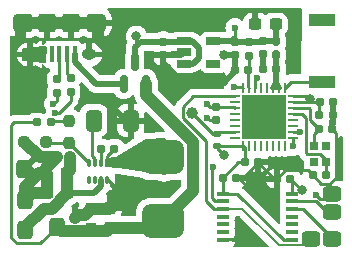
<source format=gtl>
%TF.GenerationSoftware,KiCad,Pcbnew,8.0.6*%
%TF.CreationDate,2025-02-20T11:34:01+01:00*%
%TF.ProjectId,wled usermod,776c6564-2075-4736-9572-6d6f642e6b69,rev?*%
%TF.SameCoordinates,Original*%
%TF.FileFunction,Copper,L1,Top*%
%TF.FilePolarity,Positive*%
%FSLAX46Y46*%
G04 Gerber Fmt 4.6, Leading zero omitted, Abs format (unit mm)*
G04 Created by KiCad (PCBNEW 8.0.6) date 2025-02-20 11:34:01*
%MOMM*%
%LPD*%
G01*
G04 APERTURE LIST*
G04 Aperture macros list*
%AMRoundRect*
0 Rectangle with rounded corners*
0 $1 Rounding radius*
0 $2 $3 $4 $5 $6 $7 $8 $9 X,Y pos of 4 corners*
0 Add a 4 corners polygon primitive as box body*
4,1,4,$2,$3,$4,$5,$6,$7,$8,$9,$2,$3,0*
0 Add four circle primitives for the rounded corners*
1,1,$1+$1,$2,$3*
1,1,$1+$1,$4,$5*
1,1,$1+$1,$6,$7*
1,1,$1+$1,$8,$9*
0 Add four rect primitives between the rounded corners*
20,1,$1+$1,$2,$3,$4,$5,0*
20,1,$1+$1,$4,$5,$6,$7,0*
20,1,$1+$1,$6,$7,$8,$9,0*
20,1,$1+$1,$8,$9,$2,$3,0*%
G04 Aperture macros list end*
%TA.AperFunction,Conductor*%
%ADD10C,0.200000*%
%TD*%
%TA.AperFunction,SMDPad,CuDef*%
%ADD11RoundRect,0.237500X0.237500X-0.300000X0.237500X0.300000X-0.237500X0.300000X-0.237500X-0.300000X0*%
%TD*%
%TA.AperFunction,SMDPad,CuDef*%
%ADD12RoundRect,0.160000X0.160000X-0.197500X0.160000X0.197500X-0.160000X0.197500X-0.160000X-0.197500X0*%
%TD*%
%TA.AperFunction,SMDPad,CuDef*%
%ADD13RoundRect,0.155000X0.155000X-0.212500X0.155000X0.212500X-0.155000X0.212500X-0.155000X-0.212500X0*%
%TD*%
%TA.AperFunction,SMDPad,CuDef*%
%ADD14RoundRect,0.325000X-0.325000X-0.475000X0.325000X-0.475000X0.325000X0.475000X-0.325000X0.475000X0*%
%TD*%
%TA.AperFunction,SMDPad,CuDef*%
%ADD15RoundRect,0.325000X0.475000X-0.325000X0.475000X0.325000X-0.475000X0.325000X-0.475000X-0.325000X0*%
%TD*%
%TA.AperFunction,SMDPad,CuDef*%
%ADD16RoundRect,0.081250X-0.528750X-0.243750X0.528750X-0.243750X0.528750X0.243750X-0.528750X0.243750X0*%
%TD*%
%TA.AperFunction,SMDPad,CuDef*%
%ADD17RoundRect,0.155000X-0.212500X-0.155000X0.212500X-0.155000X0.212500X0.155000X-0.212500X0.155000X0*%
%TD*%
%TA.AperFunction,SMDPad,CuDef*%
%ADD18RoundRect,0.155000X0.212500X0.155000X-0.212500X0.155000X-0.212500X-0.155000X0.212500X-0.155000X0*%
%TD*%
%TA.AperFunction,SMDPad,CuDef*%
%ADD19RoundRect,0.160000X-0.160000X0.197500X-0.160000X-0.197500X0.160000X-0.197500X0.160000X0.197500X0*%
%TD*%
%TA.AperFunction,SMDPad,CuDef*%
%ADD20RoundRect,0.237500X0.300000X0.237500X-0.300000X0.237500X-0.300000X-0.237500X0.300000X-0.237500X0*%
%TD*%
%TA.AperFunction,SMDPad,CuDef*%
%ADD21R,0.700000X0.750000*%
%TD*%
%TA.AperFunction,SMDPad,CuDef*%
%ADD22RoundRect,0.160000X-0.160000X0.222500X-0.160000X-0.222500X0.160000X-0.222500X0.160000X0.222500X0*%
%TD*%
%TA.AperFunction,SMDPad,CuDef*%
%ADD23RoundRect,0.325000X0.325000X0.475000X-0.325000X0.475000X-0.325000X-0.475000X0.325000X-0.475000X0*%
%TD*%
%TA.AperFunction,SMDPad,CuDef*%
%ADD24RoundRect,0.237500X-0.237500X0.250000X-0.237500X-0.250000X0.237500X-0.250000X0.237500X0.250000X0*%
%TD*%
%TA.AperFunction,SMDPad,CuDef*%
%ADD25R,0.990600X0.304800*%
%TD*%
%TA.AperFunction,SMDPad,CuDef*%
%ADD26RoundRect,0.325000X-0.475000X0.325000X-0.475000X-0.325000X0.475000X-0.325000X0.475000X0.325000X0*%
%TD*%
%TA.AperFunction,SMDPad,CuDef*%
%ADD27RoundRect,0.100000X0.100000X0.575000X-0.100000X0.575000X-0.100000X-0.575000X0.100000X-0.575000X0*%
%TD*%
%TA.AperFunction,ComponentPad*%
%ADD28O,0.890000X1.550000*%
%TD*%
%TA.AperFunction,SMDPad,CuDef*%
%ADD29RoundRect,0.250000X0.475000X0.525000X-0.475000X0.525000X-0.475000X-0.525000X0.475000X-0.525000X0*%
%TD*%
%TA.AperFunction,ComponentPad*%
%ADD30O,1.250000X0.950000*%
%TD*%
%TA.AperFunction,SMDPad,CuDef*%
%ADD31RoundRect,0.250000X0.500000X0.525000X-0.500000X0.525000X-0.500000X-0.525000X0.500000X-0.525000X0*%
%TD*%
%TA.AperFunction,SMDPad,CuDef*%
%ADD32RoundRect,0.250000X-0.412500X-0.650000X0.412500X-0.650000X0.412500X0.650000X-0.412500X0.650000X0*%
%TD*%
%TA.AperFunction,SMDPad,CuDef*%
%ADD33C,1.000000*%
%TD*%
%TA.AperFunction,SMDPad,CuDef*%
%ADD34RoundRect,0.150000X0.150000X-0.587500X0.150000X0.587500X-0.150000X0.587500X-0.150000X-0.587500X0*%
%TD*%
%TA.AperFunction,SMDPad,CuDef*%
%ADD35RoundRect,0.237500X0.250000X0.237500X-0.250000X0.237500X-0.250000X-0.237500X0.250000X-0.237500X0*%
%TD*%
%TA.AperFunction,SMDPad,CuDef*%
%ADD36RoundRect,0.050000X0.100000X-0.285000X0.100000X0.285000X-0.100000X0.285000X-0.100000X-0.285000X0*%
%TD*%
%TA.AperFunction,SMDPad,CuDef*%
%ADD37RoundRect,0.737500X-1.012500X-0.737500X1.012500X-0.737500X1.012500X0.737500X-1.012500X0.737500X0*%
%TD*%
%TA.AperFunction,SMDPad,CuDef*%
%ADD38RoundRect,0.160000X-0.197500X-0.160000X0.197500X-0.160000X0.197500X0.160000X-0.197500X0.160000X0*%
%TD*%
%TA.AperFunction,SMDPad,CuDef*%
%ADD39RoundRect,0.135000X-0.185000X0.135000X-0.185000X-0.135000X0.185000X-0.135000X0.185000X0.135000X0*%
%TD*%
%TA.AperFunction,SMDPad,CuDef*%
%ADD40R,2.200000X1.050000*%
%TD*%
%TA.AperFunction,SMDPad,CuDef*%
%ADD41RoundRect,0.062500X-0.062500X0.337500X-0.062500X-0.337500X0.062500X-0.337500X0.062500X0.337500X0*%
%TD*%
%TA.AperFunction,SMDPad,CuDef*%
%ADD42RoundRect,0.062500X-0.337500X0.062500X-0.337500X-0.062500X0.337500X-0.062500X0.337500X0.062500X0*%
%TD*%
%TA.AperFunction,HeatsinkPad*%
%ADD43R,3.700000X3.700000*%
%TD*%
%TA.AperFunction,SMDPad,CuDef*%
%ADD44RoundRect,0.155000X-0.155000X0.212500X-0.155000X-0.212500X0.155000X-0.212500X0.155000X0.212500X0*%
%TD*%
%TA.AperFunction,ViaPad*%
%ADD45C,0.800000*%
%TD*%
%TA.AperFunction,ViaPad*%
%ADD46C,0.600000*%
%TD*%
%TA.AperFunction,Conductor*%
%ADD47C,0.250000*%
%TD*%
%TA.AperFunction,Conductor*%
%ADD48C,1.000000*%
%TD*%
%TA.AperFunction,Conductor*%
%ADD49C,0.500000*%
%TD*%
%ADD50C,0.350000*%
%ADD51C,0.300000*%
%ADD52O,0.500000X1.150000*%
%ADD53O,0.850000X0.550000*%
G04 APERTURE END LIST*
D10*
%TO.N,GND*%
X139300000Y-95190000D02*
X137390000Y-95010000D01*
X137370000Y-94080000D01*
X139190000Y-93900000D01*
X139310000Y-93900000D01*
X139300000Y-95190000D01*
%TA.AperFunction,Conductor*%
G36*
X139300000Y-95190000D02*
G01*
X137390000Y-95010000D01*
X137370000Y-94080000D01*
X139190000Y-93900000D01*
X139310000Y-93900000D01*
X139300000Y-95190000D01*
G37*
%TD.AperFunction*%
%TO.N,Net-(U1-SW)*%
X149440000Y-104700000D02*
X145500000Y-104090000D01*
X144460000Y-104000000D01*
X144430000Y-103390000D01*
X145300000Y-103310000D01*
X147820000Y-101800000D01*
X149440000Y-101730000D01*
X149440000Y-104700000D01*
%TA.AperFunction,Conductor*%
G36*
X149440000Y-104700000D02*
G01*
X145500000Y-104090000D01*
X144460000Y-104000000D01*
X144430000Y-103390000D01*
X145300000Y-103310000D01*
X147820000Y-101800000D01*
X149440000Y-101730000D01*
X149440000Y-104700000D01*
G37*
%TD.AperFunction*%
%TD*%
D11*
%TO.P,C6,1*%
%TO.N,5VBUCK*%
X144770000Y-109242500D03*
%TO.P,C6,2*%
%TO.N,GND*%
X144770000Y-107517500D03*
%TD*%
D12*
%TO.P,R5,1*%
%TO.N,D+*%
X140260000Y-97800000D03*
%TO.P,R5,2*%
%TO.N,Net-(J1-D+)*%
X140260000Y-96605000D03*
%TD*%
D13*
%TO.P,C8,1*%
%TO.N,5VBUCK*%
X141770000Y-109485000D03*
%TO.P,C8,2*%
%TO.N,GND*%
X141770000Y-108350000D03*
%TD*%
D12*
%TO.P,R4,1*%
%TO.N,D-*%
X141440000Y-97707500D03*
%TO.P,R4,2*%
%TO.N,Net-(J1-D-)*%
X141440000Y-96512500D03*
%TD*%
D14*
%TO.P,S7,1,solder*%
%TO.N,GND*%
X137470000Y-104220000D03*
%TD*%
D15*
%TO.P,S6,1,solder*%
%TO.N,LEDDATA5V*%
X163570000Y-107920000D03*
%TD*%
D16*
%TO.P,U3,1,VIN*%
%TO.N,5V*%
X151040000Y-93430000D03*
%TO.P,U3,2,GND*%
%TO.N,GND*%
X151040000Y-94370000D03*
%TO.P,U3,3,EN*%
%TO.N,5V*%
X151040000Y-95310000D03*
%TO.P,U3,4*%
%TO.N,N/C*%
X153530000Y-95310000D03*
%TO.P,U3,5,VOUT*%
%TO.N,3V3*%
X153530000Y-93430000D03*
%TD*%
D17*
%TO.P,C5,1*%
%TO.N,Net-(U1-BST)*%
X144000000Y-102510000D03*
%TO.P,C5,2*%
%TO.N,Net-(U1-SW)*%
X145135000Y-102510000D03*
%TD*%
D18*
%TO.P,C21,1*%
%TO.N,GND*%
X155460000Y-104990000D03*
%TO.P,C21,2*%
%TO.N,3V3*%
X154325000Y-104990000D03*
%TD*%
D15*
%TO.P,S5,1,solder*%
%TO.N,GPIO45V*%
X163580000Y-110160000D03*
%TD*%
D19*
%TO.P,R6,1*%
%TO.N,3V3*%
X156497500Y-93487500D03*
%TO.P,R6,2*%
%TO.N,EN*%
X156497500Y-94682500D03*
%TD*%
D20*
%TO.P,C2,1*%
%TO.N,+BATT*%
X141090000Y-104610000D03*
%TO.P,C2,2*%
%TO.N,GND*%
X139365000Y-104610000D03*
%TD*%
D21*
%TO.P,Y1,1*%
%TO.N,Net-(U2-XTAL_P)*%
X162050000Y-102265000D03*
%TO.P,Y1,2*%
%TO.N,N/C*%
X162050000Y-103615000D03*
%TO.P,Y1,3*%
%TO.N,Net-(U2-XTAL_N)*%
X163050000Y-103615000D03*
%TO.P,Y1,4*%
%TO.N,N/C*%
X163050000Y-102265000D03*
%TD*%
D22*
%TO.P,L2,1,1*%
%TO.N,3V3*%
X158817500Y-93442500D03*
%TO.P,L2,2,2*%
%TO.N,VDD3P3*%
X158817500Y-94587500D03*
%TD*%
D23*
%TO.P,S4,1,solder*%
%TO.N,5VBUCK*%
X140240000Y-109110000D03*
%TD*%
D18*
%TO.P,C11,1*%
%TO.N,GND*%
X163597500Y-100840000D03*
%TO.P,C11,2*%
%TO.N,Net-(U2-XTAL_P)*%
X162462500Y-100840000D03*
%TD*%
D13*
%TO.P,C16,1*%
%TO.N,GND*%
X153765000Y-100112500D03*
%TO.P,C16,2*%
%TO.N,3V3*%
X153765000Y-98977500D03*
%TD*%
D24*
%TO.P,R2,1*%
%TO.N,Net-(R1-Pad2)*%
X141260000Y-100177500D03*
%TO.P,R2,2*%
%TO.N,Net-(U1-FB)*%
X141260000Y-102002500D03*
%TD*%
D18*
%TO.P,C12,1*%
%TO.N,Net-(U2-XTAL_N)*%
X163070000Y-104780000D03*
%TO.P,C12,2*%
%TO.N,GND*%
X161935000Y-104780000D03*
%TD*%
%TO.P,C20,1*%
%TO.N,EN*%
X156485000Y-95815000D03*
%TO.P,C20,2*%
%TO.N,GND*%
X155350000Y-95815000D03*
%TD*%
%TO.P,C15,1*%
%TO.N,GND*%
X163667500Y-98550000D03*
%TO.P,C15,2*%
%TO.N,3V3*%
X162532500Y-98550000D03*
%TD*%
D25*
%TO.P,IC1,1,VCCA*%
%TO.N,3V3*%
X154332200Y-106330000D03*
%TO.P,IC1,2,A1*%
%TO.N,LEDDATA*%
X154332200Y-106980000D03*
%TO.P,IC1,3,A2*%
%TO.N,GPIO4*%
X154332200Y-107630000D03*
%TO.P,IC1,4,A3*%
%TO.N,unconnected-(IC1-A3-Pad4)*%
X154332200Y-108280000D03*
%TO.P,IC1,5,A4*%
%TO.N,unconnected-(IC1-A4-Pad5)*%
X154332200Y-108930000D03*
%TO.P,IC1,6*%
%TO.N,N/C*%
X154332200Y-109580000D03*
%TO.P,IC1,7,GND*%
%TO.N,GND*%
X154332200Y-110230000D03*
%TO.P,IC1,8,EN*%
%TO.N,3V3*%
X160167800Y-110230000D03*
%TO.P,IC1,9*%
%TO.N,N/C*%
X160167800Y-109580000D03*
%TO.P,IC1,10,Y4*%
%TO.N,unconnected-(IC1-Y4-Pad10)*%
X160167800Y-108930000D03*
%TO.P,IC1,11,Y3*%
%TO.N,unconnected-(IC1-Y3-Pad11)*%
X160167800Y-108280000D03*
%TO.P,IC1,12,Y2*%
%TO.N,GPIO45V*%
X160167800Y-107630000D03*
%TO.P,IC1,13,Y1*%
%TO.N,LEDDATA5V*%
X160167800Y-106980000D03*
%TO.P,IC1,14,VCCY*%
%TO.N,5V*%
X160167800Y-106330000D03*
%TD*%
D26*
%TO.P,S8,1,solder*%
%TO.N,GPIO4*%
X161760000Y-110130000D03*
%TD*%
D27*
%TO.P,J1,1,VBUS*%
%TO.N,5VUSB*%
X141770000Y-94540000D03*
%TO.P,J1,2,D-*%
%TO.N,Net-(J1-D-)*%
X141120000Y-94540000D03*
%TO.P,J1,3,D+*%
%TO.N,Net-(J1-D+)*%
X140470000Y-94540000D03*
%TO.P,J1,4,ID*%
%TO.N,unconnected-(J1-ID-Pad4)*%
X139820000Y-94540000D03*
%TO.P,J1,5,GND*%
%TO.N,GND*%
X139170000Y-94540000D03*
D28*
%TO.P,J1,6,Shield*%
X143970000Y-91840000D03*
D29*
X143495000Y-91840000D03*
D30*
X142970000Y-94540000D03*
D31*
X141470000Y-91840000D03*
X139470000Y-91840000D03*
D30*
X137970000Y-94540000D03*
D29*
X137445000Y-91840000D03*
D28*
X136970000Y-91840000D03*
%TD*%
D32*
%TO.P,C4,1*%
%TO.N,Net-(U1-SS)*%
X143387500Y-100140000D03*
%TO.P,C4,2*%
%TO.N,GND*%
X146512500Y-100140000D03*
%TD*%
D14*
%TO.P,S1,1,solder*%
%TO.N,+BATT*%
X137600000Y-109390000D03*
%TD*%
D15*
%TO.P,S3,1,solder*%
%TO.N,PWM*%
X163590000Y-106390000D03*
%TD*%
D18*
%TO.P,C19,1*%
%TO.N,VDD3P3*%
X158835000Y-95755000D03*
%TO.P,C19,2*%
%TO.N,GND*%
X157700000Y-95755000D03*
%TD*%
D33*
%TO.P,TP1,1,1*%
%TO.N,BOOT*%
X151720000Y-99520000D03*
%TD*%
D14*
%TO.P,S2,1,solder*%
%TO.N,GND*%
X137560000Y-106890000D03*
%TD*%
D13*
%TO.P,C10,1*%
%TO.N,GND*%
X149275000Y-94597500D03*
%TO.P,C10,2*%
%TO.N,5V*%
X149275000Y-93462500D03*
%TD*%
D18*
%TO.P,C13,1*%
%TO.N,GND*%
X157302500Y-103675000D03*
%TO.P,C13,2*%
%TO.N,3V3*%
X156167500Y-103675000D03*
%TD*%
D34*
%TO.P,D1,1*%
%TO.N,5VUSB*%
X145930000Y-97045000D03*
%TO.P,D1,2*%
%TO.N,5VBUCK*%
X147830000Y-97045000D03*
%TO.P,D1,3*%
%TO.N,5V*%
X146880000Y-95170000D03*
%TD*%
D18*
%TO.P,C14,1*%
%TO.N,GND*%
X163637500Y-99700000D03*
%TO.P,C14,2*%
%TO.N,3V3*%
X162502500Y-99700000D03*
%TD*%
D35*
%TO.P,R3,1*%
%TO.N,Net-(U1-FB)*%
X139340000Y-101930000D03*
%TO.P,R3,2*%
%TO.N,GND*%
X137515000Y-101930000D03*
%TD*%
D36*
%TO.P,U1,1,RT*%
%TO.N,unconnected-(U1-RT-Pad1)*%
X143020000Y-105210000D03*
%TO.P,U1,2,EN*%
%TO.N,unconnected-(U1-EN-Pad2)*%
X143520000Y-105210000D03*
%TO.P,U1,3,VIN*%
%TO.N,+BATT*%
X144020000Y-105210000D03*
%TO.P,U1,4,GND*%
%TO.N,GND*%
X144520000Y-105210000D03*
%TO.P,U1,5,SW*%
%TO.N,Net-(U1-SW)*%
X144520000Y-103730000D03*
%TO.P,U1,6,BST*%
%TO.N,Net-(U1-BST)*%
X144020000Y-103730000D03*
%TO.P,U1,7,SS*%
%TO.N,Net-(U1-SS)*%
X143520000Y-103730000D03*
%TO.P,U1,8,FB*%
%TO.N,Net-(U1-FB)*%
X143020000Y-103730000D03*
%TD*%
D20*
%TO.P,C1,1*%
%TO.N,+BATT*%
X141132500Y-106285000D03*
%TO.P,C1,2*%
%TO.N,GND*%
X139407500Y-106285000D03*
%TD*%
%TO.P,C17,1*%
%TO.N,3V3*%
X158795000Y-91980000D03*
%TO.P,C17,2*%
%TO.N,GND*%
X157070000Y-91980000D03*
%TD*%
D37*
%TO.P,L1,1*%
%TO.N,Net-(U1-SW)*%
X149220000Y-103220000D03*
%TO.P,L1,2*%
%TO.N,5VBUCK*%
X149220000Y-108670000D03*
%TD*%
D38*
%TO.P,R1,1*%
%TO.N,5VBUCK*%
X138572500Y-100300000D03*
%TO.P,R1,2*%
%TO.N,Net-(R1-Pad2)*%
X139767500Y-100300000D03*
%TD*%
D39*
%TO.P,R7,1*%
%TO.N,BOOT*%
X153790000Y-101290000D03*
%TO.P,R7,2*%
%TO.N,3V3*%
X153790000Y-102310000D03*
%TD*%
D40*
%TO.P,ANT1,1,FEED*%
%TO.N,Net-(ANT1-FEED)*%
X162700000Y-96840000D03*
%TO.P,ANT1,2,NC*%
%TO.N,unconnected-(ANT1-NC-Pad2)*%
X162700000Y-91640000D03*
%TD*%
D18*
%TO.P,C3,1*%
%TO.N,+BATT*%
X141405000Y-103235000D03*
%TO.P,C3,2*%
%TO.N,GND*%
X140270000Y-103235000D03*
%TD*%
D41*
%TO.P,U2,1,LNA_IN*%
%TO.N,Net-(ANT1-FEED)*%
X159560000Y-97390000D03*
%TO.P,U2,2,VDD3P3*%
%TO.N,VDD3P3*%
X159060000Y-97390000D03*
%TO.P,U2,3,VDD3P3*%
X158560000Y-97390000D03*
%TO.P,U2,4,XTAL_32K_P*%
%TO.N,unconnected-(U2-XTAL_32K_P-Pad4)*%
X158060000Y-97390000D03*
%TO.P,U2,5,XTAL_32K_N*%
%TO.N,unconnected-(U2-XTAL_32K_N-Pad5)*%
X157560000Y-97390000D03*
%TO.P,U2,6,GPIO2*%
%TO.N,PWM*%
X157060000Y-97390000D03*
%TO.P,U2,7,CHIP_EN*%
%TO.N,EN*%
X156560000Y-97390000D03*
%TO.P,U2,8,GPIO3*%
%TO.N,LEDDATA*%
X156060000Y-97390000D03*
D42*
%TO.P,U2,9,MTMS*%
%TO.N,GPIO4*%
X155360000Y-98090000D03*
%TO.P,U2,10,MTDI*%
%TO.N,unconnected-(U2-MTDI-Pad10)*%
X155360000Y-98590000D03*
%TO.P,U2,11,VDD3P3_RTC*%
%TO.N,3V3*%
X155360000Y-99090000D03*
%TO.P,U2,12,MTCK*%
%TO.N,unconnected-(U2-MTCK-Pad12)*%
X155360000Y-99590000D03*
%TO.P,U2,13,MTDO*%
%TO.N,unconnected-(U2-MTDO-Pad13)*%
X155360000Y-100090000D03*
%TO.P,U2,14,GPIO8*%
%TO.N,unconnected-(U2-GPIO8-Pad14)*%
X155360000Y-100590000D03*
%TO.P,U2,15,GPIO9*%
%TO.N,BOOT*%
X155360000Y-101090000D03*
%TO.P,U2,16,GPIO10*%
%TO.N,unconnected-(U2-GPIO10-Pad16)*%
X155360000Y-101590000D03*
D41*
%TO.P,U2,17,VDD3P3_CPU*%
%TO.N,3V3*%
X156060000Y-102290000D03*
%TO.P,U2,18,VDD_SPI*%
%TO.N,unconnected-(U2-VDD_SPI-Pad18)*%
X156560000Y-102290000D03*
%TO.P,U2,19,SPIHD*%
%TO.N,unconnected-(U2-SPIHD-Pad19)*%
X157060000Y-102290000D03*
%TO.P,U2,20,SPIWP*%
%TO.N,unconnected-(U2-SPIWP-Pad20)*%
X157560000Y-102290000D03*
%TO.P,U2,21,SPICS0*%
%TO.N,unconnected-(U2-SPICS0-Pad21)*%
X158060000Y-102290000D03*
%TO.P,U2,22,SPICLK*%
%TO.N,unconnected-(U2-SPICLK-Pad22)*%
X158560000Y-102290000D03*
%TO.P,U2,23,SPID*%
%TO.N,unconnected-(U2-SPID-Pad23)*%
X159060000Y-102290000D03*
%TO.P,U2,24,SPIQ*%
%TO.N,unconnected-(U2-SPIQ-Pad24)*%
X159560000Y-102290000D03*
D42*
%TO.P,U2,25,GPIO18*%
%TO.N,D-*%
X160260000Y-101590000D03*
%TO.P,U2,26,GPIO19*%
%TO.N,D+*%
X160260000Y-101090000D03*
%TO.P,U2,27,U0RXD*%
%TO.N,unconnected-(U2-U0RXD-Pad27)*%
X160260000Y-100590000D03*
%TO.P,U2,28,U0TXD*%
%TO.N,unconnected-(U2-U0TXD-Pad28)*%
X160260000Y-100090000D03*
%TO.P,U2,29,XTAL_N*%
%TO.N,Net-(U2-XTAL_N)*%
X160260000Y-99590000D03*
%TO.P,U2,30,XTAL_P*%
%TO.N,Net-(U2-XTAL_P)*%
X160260000Y-99090000D03*
%TO.P,U2,31,VDDA*%
%TO.N,3V3*%
X160260000Y-98590000D03*
%TO.P,U2,32,VDDA*%
X160260000Y-98090000D03*
D43*
%TO.P,U2,33,GND*%
%TO.N,GND*%
X157810000Y-99840000D03*
%TD*%
D17*
%TO.P,C22,1*%
%TO.N,GND*%
X158870000Y-105050000D03*
%TO.P,C22,2*%
%TO.N,5V*%
X160005000Y-105050000D03*
%TD*%
D44*
%TO.P,C9,1*%
%TO.N,3V3*%
X155372500Y-93485000D03*
%TO.P,C9,2*%
%TO.N,GND*%
X155372500Y-94620000D03*
%TD*%
%TO.P,C18,1*%
%TO.N,3V3*%
X157712500Y-93362500D03*
%TO.P,C18,2*%
%TO.N,GND*%
X157712500Y-94497500D03*
%TD*%
D11*
%TO.P,C7,1*%
%TO.N,5VBUCK*%
X143120000Y-109317500D03*
%TO.P,C7,2*%
%TO.N,GND*%
X143120000Y-107592500D03*
%TD*%
D45*
%TO.N,GND*%
X145000000Y-99000000D03*
X156410000Y-105790000D03*
X154442861Y-94585754D03*
X155600000Y-110190000D03*
D46*
X152990000Y-99910000D03*
D45*
X150000000Y-97000000D03*
D46*
X157690000Y-94980000D03*
D45*
X138180000Y-105180000D03*
X145830000Y-106430000D03*
D46*
X157810000Y-99840000D03*
D45*
%TO.N,3V3*%
X154380000Y-103070000D03*
D46*
X152960000Y-98730000D03*
X155332500Y-92280000D03*
D45*
X161700000Y-98300000D03*
%TO.N,5V*%
X147000000Y-93000000D03*
X161000000Y-106000000D03*
D46*
%TO.N,LEDDATA*%
X153500000Y-104090000D03*
X155260000Y-97270000D03*
%TO.N,D-*%
X140120000Y-99490000D03*
X160260000Y-102320000D03*
%TO.N,D+*%
X139970000Y-98730000D03*
X160875000Y-101080000D03*
%TO.N,PWM*%
X157200000Y-96515000D03*
X162190000Y-106460000D03*
%TD*%
D47*
%TO.N,Net-(U1-SW)*%
X144520000Y-103125000D02*
X145135000Y-102510000D01*
X144520000Y-103730000D02*
X144520000Y-103125000D01*
%TO.N,BOOT*%
X153990000Y-101090000D02*
X155360000Y-101090000D01*
X153790000Y-101290000D02*
X153990000Y-101090000D01*
%TO.N,Net-(ANT1-FEED)*%
X160110000Y-96840000D02*
X162700000Y-96840000D01*
X159560000Y-97390000D02*
X160110000Y-96840000D01*
D48*
%TO.N,+BATT*%
X137600000Y-109160000D02*
X139160000Y-107600000D01*
X141405000Y-104295000D02*
X141405000Y-103235000D01*
X141132500Y-104652500D02*
X141090000Y-104610000D01*
D49*
X144020000Y-105647930D02*
X143382930Y-106285000D01*
X144020000Y-105210000D02*
X144020000Y-105647930D01*
D48*
X139160000Y-107600000D02*
X139817500Y-107600000D01*
X141090000Y-104610000D02*
X141405000Y-104295000D01*
X141132500Y-106285000D02*
X141132500Y-104652500D01*
D49*
X143382930Y-106285000D02*
X141132500Y-106285000D01*
D48*
X139817500Y-107600000D02*
X141132500Y-106285000D01*
%TO.N,GND*%
X139365000Y-104610000D02*
X139365000Y-104140000D01*
D47*
X155987500Y-104990000D02*
X155460000Y-104990000D01*
D49*
X149275000Y-95275000D02*
X149275000Y-94597500D01*
D48*
X143120000Y-107592500D02*
X144695000Y-107592500D01*
D47*
X163667500Y-98550000D02*
X163667500Y-99670000D01*
D48*
X139407500Y-104652500D02*
X139365000Y-104610000D01*
D47*
X153765000Y-100112500D02*
X153192500Y-100112500D01*
X163940000Y-101182500D02*
X163940000Y-104940000D01*
D49*
X149275000Y-94597500D02*
X150812500Y-94597500D01*
D47*
X163380000Y-105500000D02*
X162655000Y-105500000D01*
X163940000Y-104940000D02*
X163380000Y-105500000D01*
D48*
X144695000Y-107592500D02*
X144770000Y-107517500D01*
D47*
X155460000Y-104990000D02*
X155610000Y-104990000D01*
D48*
X139407500Y-106285000D02*
X139407500Y-104652500D01*
X138165000Y-106285000D02*
X139407500Y-106285000D01*
D49*
X157700000Y-95755000D02*
X157700000Y-94990000D01*
D47*
X159580000Y-104340000D02*
X158870000Y-105050000D01*
D49*
X155338254Y-94585754D02*
X155372500Y-94620000D01*
D48*
X137560000Y-106890000D02*
X138165000Y-106285000D01*
D49*
X157690000Y-94520000D02*
X157712500Y-94497500D01*
D47*
X163667500Y-99670000D02*
X163637500Y-99700000D01*
X155610000Y-104990000D02*
X156410000Y-105790000D01*
D48*
X142030000Y-108090000D02*
X142622500Y-108090000D01*
D49*
X155372500Y-94620000D02*
X155372500Y-95792500D01*
D47*
X158677500Y-105050000D02*
X157302500Y-103675000D01*
X154372200Y-110190000D02*
X154332200Y-110230000D01*
D49*
X151040000Y-94370000D02*
X151115000Y-94370000D01*
D48*
X138180000Y-105180000D02*
X137560000Y-105800000D01*
D47*
X163597500Y-100840000D02*
X163940000Y-101182500D01*
D48*
X142622500Y-108090000D02*
X143120000Y-107592500D01*
D49*
X155372500Y-95792500D02*
X155350000Y-95815000D01*
X154442861Y-94585754D02*
X155338254Y-94585754D01*
D48*
X140270000Y-103235000D02*
X138820000Y-103235000D01*
D47*
X163637500Y-99700000D02*
X163637500Y-100800000D01*
X158870000Y-105050000D02*
X158677500Y-105050000D01*
X162655000Y-105500000D02*
X161935000Y-104780000D01*
D49*
X146512500Y-100140000D02*
X146140000Y-100140000D01*
D47*
X163637500Y-100800000D02*
X163597500Y-100840000D01*
D48*
X144770000Y-107490000D02*
X145830000Y-106430000D01*
D49*
X146140000Y-100140000D02*
X145000000Y-99000000D01*
D48*
X137445000Y-91840000D02*
X143495000Y-91840000D01*
D47*
X155600000Y-110190000D02*
X154372200Y-110190000D01*
D49*
X157700000Y-94990000D02*
X157690000Y-94980000D01*
X157690000Y-94980000D02*
X157690000Y-94520000D01*
D48*
X139365000Y-104140000D02*
X140270000Y-103235000D01*
D49*
X151000000Y-97000000D02*
X149275000Y-95275000D01*
D48*
X138750000Y-104610000D02*
X139365000Y-104610000D01*
X144770000Y-107517500D02*
X144770000Y-107490000D01*
D47*
X153192500Y-100112500D02*
X152990000Y-99910000D01*
D48*
X138180000Y-105180000D02*
X138180000Y-104760000D01*
D47*
X157302500Y-103675000D02*
X155987500Y-104990000D01*
D48*
X138820000Y-103235000D02*
X137515000Y-101930000D01*
X137560000Y-105800000D02*
X137560000Y-106890000D01*
D47*
X161495000Y-104340000D02*
X159580000Y-104340000D01*
X144610000Y-105210000D02*
X145830000Y-106430000D01*
D48*
X138180000Y-105180000D02*
X138750000Y-104610000D01*
D47*
X161935000Y-104780000D02*
X161495000Y-104340000D01*
D49*
X155357500Y-95975000D02*
X154332500Y-97000000D01*
X150812500Y-94597500D02*
X151040000Y-94370000D01*
X151000000Y-97000000D02*
X150000000Y-97000000D01*
D48*
X138180000Y-104760000D02*
X137560000Y-104140000D01*
D47*
X144520000Y-105210000D02*
X144610000Y-105210000D01*
D48*
X141770000Y-108350000D02*
X142030000Y-108090000D01*
D49*
X154332500Y-97000000D02*
X151000000Y-97000000D01*
D47*
%TO.N,Net-(U1-SS)*%
X143250000Y-100277500D02*
X143387500Y-100140000D01*
X143520000Y-103730000D02*
X143520000Y-103395000D01*
X143520000Y-103395000D02*
X143250000Y-103125000D01*
X143250000Y-103125000D02*
X143250000Y-100277500D01*
%TO.N,Net-(U1-BST)*%
X144000000Y-103710000D02*
X144020000Y-103730000D01*
X144000000Y-102510000D02*
X144000000Y-103710000D01*
D48*
%TO.N,5VBUCK*%
X144527500Y-109485000D02*
X144770000Y-109242500D01*
X140615000Y-109485000D02*
X141770000Y-109485000D01*
X148647500Y-109242500D02*
X149220000Y-108670000D01*
X141770000Y-109485000D02*
X144527500Y-109485000D01*
X149220000Y-108670000D02*
X151820000Y-106070000D01*
X147830000Y-97970000D02*
X147830000Y-97045000D01*
X144770000Y-109242500D02*
X148647500Y-109242500D01*
D47*
X136910000Y-110540000D02*
X138810000Y-110540000D01*
X138810000Y-110540000D02*
X140240000Y-109110000D01*
D48*
X151820000Y-106070000D02*
X151820000Y-101960000D01*
X151820000Y-101960000D02*
X147830000Y-97970000D01*
X140240000Y-109110000D02*
X140615000Y-109485000D01*
D47*
X136650000Y-100300000D02*
X136415000Y-100535000D01*
X136415000Y-100535000D02*
X136415000Y-110045000D01*
X136415000Y-110045000D02*
X136910000Y-110540000D01*
X138572500Y-100300000D02*
X136650000Y-100300000D01*
D49*
%TO.N,3V3*%
X158817500Y-93442500D02*
X158817500Y-92002500D01*
X157587500Y-93487500D02*
X157712500Y-93362500D01*
X158817500Y-92002500D02*
X158795000Y-91980000D01*
D47*
X162502500Y-98580000D02*
X162532500Y-98550000D01*
D49*
X153605000Y-93430000D02*
X155165000Y-93430000D01*
X155157500Y-93270000D02*
X155372500Y-93485000D01*
D47*
X161490000Y-98090000D02*
X160260000Y-98090000D01*
X153810000Y-102290000D02*
X153790000Y-102310000D01*
X155640000Y-103675000D02*
X154325000Y-104990000D01*
X160167800Y-110230000D02*
X159460000Y-110230000D01*
X153765000Y-98977500D02*
X155247500Y-98977500D01*
X161700000Y-98300000D02*
X161950000Y-98550000D01*
X156167500Y-103675000D02*
X155640000Y-103675000D01*
X153790000Y-102310000D02*
X153790000Y-102480000D01*
D49*
X156497500Y-93487500D02*
X157587500Y-93487500D01*
D47*
X161950000Y-98550000D02*
X162532500Y-98550000D01*
X153207500Y-98977500D02*
X152960000Y-98730000D01*
X155560000Y-106330000D02*
X154332200Y-106330000D01*
X160300000Y-98550000D02*
X160260000Y-98590000D01*
X159460000Y-110230000D02*
X155560000Y-106330000D01*
X153765000Y-98977500D02*
X153207500Y-98977500D01*
X156167500Y-103675000D02*
X156167500Y-102397500D01*
X154325000Y-106322800D02*
X154332200Y-106330000D01*
D49*
X155372500Y-93485000D02*
X156495000Y-93485000D01*
X158737500Y-93362500D02*
X158817500Y-93442500D01*
D47*
X156060000Y-102290000D02*
X153810000Y-102290000D01*
X162532500Y-98550000D02*
X160300000Y-98550000D01*
D49*
X157712500Y-93362500D02*
X158737500Y-93362500D01*
D47*
X155332500Y-93445000D02*
X155372500Y-93485000D01*
X155332500Y-92280000D02*
X155332500Y-93445000D01*
X155247500Y-98977500D02*
X155360000Y-99090000D01*
X156167500Y-102397500D02*
X156060000Y-102290000D01*
X153790000Y-102480000D02*
X154380000Y-103070000D01*
D49*
X156495000Y-93485000D02*
X156497500Y-93487500D01*
D47*
X161700000Y-98300000D02*
X161490000Y-98090000D01*
X162502500Y-99700000D02*
X162502500Y-98580000D01*
X154325000Y-104990000D02*
X154325000Y-106322800D01*
%TO.N,5V*%
X160005000Y-105050000D02*
X160050000Y-105050000D01*
X147000000Y-93000000D02*
X147000000Y-95050000D01*
D49*
X149275000Y-93462500D02*
X151082500Y-93462500D01*
X146880000Y-95170000D02*
X146880000Y-93950000D01*
D47*
X160167800Y-105212800D02*
X160005000Y-105050000D01*
D49*
X151724999Y-93430000D02*
X152270000Y-93975001D01*
X151780000Y-95310000D02*
X151115000Y-95310000D01*
D47*
X160050000Y-105050000D02*
X161000000Y-106000000D01*
D49*
X152270000Y-94820000D02*
X151780000Y-95310000D01*
X151115000Y-93430000D02*
X151724999Y-93430000D01*
X147367500Y-93462500D02*
X149275000Y-93462500D01*
X152270000Y-93975001D02*
X152270000Y-94820000D01*
D47*
X160167800Y-106330000D02*
X160167800Y-105212800D01*
D49*
X151082500Y-93462500D02*
X151115000Y-93430000D01*
X146880000Y-93950000D02*
X147367500Y-93462500D01*
D47*
X147000000Y-95050000D02*
X146880000Y-95170000D01*
%TO.N,Net-(U2-XTAL_P)*%
X162050000Y-102265000D02*
X162050000Y-101252500D01*
X161700000Y-99160000D02*
X161630000Y-99090000D01*
X162462500Y-100840000D02*
X161700000Y-100077500D01*
X161630000Y-99090000D02*
X160260000Y-99090000D01*
X161700000Y-100077500D02*
X161700000Y-99160000D01*
X162050000Y-101252500D02*
X162462500Y-100840000D01*
%TO.N,Net-(U2-XTAL_N)*%
X162520000Y-102930000D02*
X161420000Y-102930000D01*
X161360000Y-99890000D02*
X161060000Y-99590000D01*
X161060000Y-99590000D02*
X160260000Y-99590000D01*
X163070000Y-104780000D02*
X163070000Y-103635000D01*
X163070000Y-103635000D02*
X163050000Y-103615000D01*
X161390000Y-100248333D02*
X161360000Y-100218333D01*
X161360000Y-100218333D02*
X161360000Y-99890000D01*
X161420000Y-102930000D02*
X161390000Y-102900000D01*
X163050000Y-103615000D02*
X163050000Y-103460000D01*
X161390000Y-102900000D02*
X161390000Y-100248333D01*
X163050000Y-103460000D02*
X162520000Y-102930000D01*
D49*
%TO.N,VDD3P3*%
X158817500Y-94587500D02*
X158817500Y-95737500D01*
X158842500Y-97172500D02*
X159060000Y-97390000D01*
X158777500Y-97172500D02*
X158560000Y-97390000D01*
X158842500Y-95915000D02*
X158842500Y-97172500D01*
X158817500Y-95737500D02*
X158835000Y-95755000D01*
X158842500Y-97172500D02*
X158777500Y-97172500D01*
D47*
%TO.N,EN*%
X156497500Y-94682500D02*
X156497500Y-95802500D01*
X156492500Y-97322500D02*
X156560000Y-97390000D01*
X156497500Y-95802500D02*
X156485000Y-95815000D01*
X156492500Y-95975000D02*
X156492500Y-97322500D01*
D49*
%TO.N,5VUSB*%
X141770000Y-95214999D02*
X143600001Y-97045000D01*
X143600001Y-97045000D02*
X145930000Y-97045000D01*
X141770000Y-94540000D02*
X141770000Y-95214999D01*
D47*
%TO.N,LEDDATA*%
X153400000Y-104190000D02*
X153500000Y-104090000D01*
X153400000Y-105890000D02*
X153400000Y-104190000D01*
X155260000Y-97270000D02*
X155940000Y-97270000D01*
X155940000Y-97270000D02*
X156060000Y-97390000D01*
X153720000Y-106980000D02*
X153700000Y-106960000D01*
X153700000Y-106960000D02*
X153400000Y-106660000D01*
X153400000Y-106660000D02*
X153400000Y-105890000D01*
X154332200Y-106980000D02*
X153720000Y-106980000D01*
%TO.N,GPIO4*%
X150910000Y-98960000D02*
X151780000Y-98090000D01*
D10*
X161740000Y-109970000D02*
X161000000Y-110710000D01*
D47*
X152870000Y-106930000D02*
X152870000Y-101870000D01*
X152870000Y-101870000D02*
X150910000Y-99910000D01*
X154332200Y-107630000D02*
X153570000Y-107630000D01*
X150910000Y-99910000D02*
X150910000Y-98960000D01*
D10*
X161000000Y-110710000D02*
X159060000Y-110710000D01*
D47*
X151780000Y-98090000D02*
X155360000Y-98090000D01*
X153570000Y-107630000D02*
X152870000Y-106930000D01*
D10*
X159060000Y-110710000D02*
X155980000Y-107630000D01*
X155980000Y-107630000D02*
X154332200Y-107630000D01*
D47*
%TO.N,LEDDATA5V*%
X163400000Y-108300000D02*
X163680000Y-108020000D01*
X163680000Y-108020000D02*
X163680000Y-107870000D01*
X163680000Y-107870000D02*
X163119167Y-107870000D01*
X162229167Y-106980000D02*
X160167800Y-106980000D01*
X163119167Y-107870000D02*
X162229167Y-106980000D01*
%TO.N,GPIO45V*%
X163230000Y-109780000D02*
X161080000Y-107630000D01*
X163600000Y-109780000D02*
X163230000Y-109780000D01*
X161080000Y-107630000D02*
X160167800Y-107630000D01*
%TO.N,Net-(J1-D-)*%
X141120000Y-94540000D02*
X141120000Y-96192500D01*
X141120000Y-96192500D02*
X141440000Y-96512500D01*
%TO.N,Net-(J1-D+)*%
X140470000Y-94540000D02*
X140470000Y-96395000D01*
X140470000Y-96395000D02*
X140260000Y-96605000D01*
%TO.N,Net-(R1-Pad2)*%
X141260000Y-100177500D02*
X139890000Y-100177500D01*
X139890000Y-100177500D02*
X139767500Y-100300000D01*
%TO.N,Net-(U1-FB)*%
X143020000Y-103730000D02*
X142987500Y-103730000D01*
X141260000Y-102002500D02*
X139412500Y-102002500D01*
X139412500Y-102002500D02*
X139340000Y-101930000D01*
X142987500Y-103730000D02*
X141260000Y-102002500D01*
%TO.N,D-*%
X141440000Y-98448320D02*
X141440000Y-97707500D01*
X140135000Y-99475000D02*
X140413320Y-99475000D01*
X140413320Y-99475000D02*
X141440000Y-98448320D01*
X160260000Y-101590000D02*
X160260000Y-102320000D01*
X140120000Y-99490000D02*
X140135000Y-99475000D01*
%TO.N,D+*%
X160865000Y-101090000D02*
X160875000Y-101080000D01*
X160260000Y-101090000D02*
X160865000Y-101090000D01*
X140260000Y-98440000D02*
X140260000Y-97800000D01*
X139970000Y-98730000D02*
X140260000Y-98440000D01*
%TO.N,PWM*%
X163300000Y-106790000D02*
X163380000Y-106710000D01*
X157060000Y-96655000D02*
X157200000Y-96515000D01*
X162520000Y-106790000D02*
X163300000Y-106790000D01*
X162190000Y-106460000D02*
X162520000Y-106790000D01*
X157060000Y-97390000D02*
X157060000Y-96655000D01*
%TO.N,BOOT*%
X153490000Y-101290000D02*
X151720000Y-99520000D01*
X153790000Y-101290000D02*
X153490000Y-101290000D01*
%TD*%
%TA.AperFunction,Conductor*%
%TO.N,GND*%
G36*
X155746942Y-108250185D02*
G01*
X155767584Y-108266819D01*
X158168583Y-110667819D01*
X158202068Y-110729142D01*
X158197084Y-110798834D01*
X158155212Y-110854767D01*
X158089748Y-110879184D01*
X158080902Y-110879500D01*
X155327674Y-110879500D01*
X155260635Y-110859815D01*
X155214880Y-110807011D01*
X155204936Y-110737853D01*
X155228408Y-110681189D01*
X155270850Y-110624493D01*
X155270854Y-110624486D01*
X155321096Y-110489779D01*
X155321098Y-110489772D01*
X155327499Y-110430244D01*
X155327500Y-110430227D01*
X155327500Y-110382400D01*
X155166935Y-110382400D01*
X155099896Y-110362715D01*
X155054141Y-110309911D01*
X155044197Y-110240753D01*
X155073222Y-110177197D01*
X155092624Y-110159133D01*
X155168499Y-110102333D01*
X155233963Y-110077916D01*
X155242810Y-110077600D01*
X155327500Y-110077600D01*
X155327500Y-110029772D01*
X155327499Y-110029755D01*
X155321098Y-109970223D01*
X155313200Y-109949049D01*
X155308214Y-109879357D01*
X155313199Y-109862382D01*
X155321591Y-109839883D01*
X155328000Y-109780273D01*
X155327999Y-109379728D01*
X155321591Y-109320117D01*
X155313465Y-109298333D01*
X155308480Y-109228644D01*
X155313461Y-109211679D01*
X155321591Y-109189883D01*
X155328000Y-109130273D01*
X155327999Y-108729728D01*
X155321591Y-108670117D01*
X155313465Y-108648333D01*
X155308480Y-108578644D01*
X155313461Y-108561679D01*
X155321591Y-108539883D01*
X155328000Y-108480273D01*
X155327999Y-108354499D01*
X155347683Y-108287461D01*
X155400487Y-108241706D01*
X155451999Y-108230500D01*
X155679903Y-108230500D01*
X155746942Y-108250185D01*
G37*
%TD.AperFunction*%
%TA.AperFunction,Conductor*%
G36*
X160749246Y-103043599D02*
G01*
X160794463Y-103096864D01*
X160795706Y-103099761D01*
X160797663Y-103104484D01*
X160797666Y-103104500D01*
X160797669Y-103104499D01*
X160827288Y-103176006D01*
X160835688Y-103196286D01*
X160855732Y-103226283D01*
X160855733Y-103226286D01*
X160855734Y-103226286D01*
X160904140Y-103298731D01*
X160904141Y-103298732D01*
X160904142Y-103298733D01*
X160934142Y-103328733D01*
X161021267Y-103415858D01*
X161021269Y-103415860D01*
X161021271Y-103415861D01*
X161094064Y-103464500D01*
X161098475Y-103467447D01*
X161123714Y-103484311D01*
X161123717Y-103484312D01*
X161129092Y-103487186D01*
X161128435Y-103488414D01*
X161177356Y-103527837D01*
X161199421Y-103594132D01*
X161199500Y-103598557D01*
X161199500Y-104037870D01*
X161199501Y-104037876D01*
X161205908Y-104097483D01*
X161211356Y-104112088D01*
X161216340Y-104181780D01*
X161201907Y-104218541D01*
X161116591Y-104362804D01*
X161116591Y-104362805D01*
X161070422Y-104521716D01*
X161070421Y-104521722D01*
X161067500Y-104558842D01*
X161067500Y-104599909D01*
X161047815Y-104666948D01*
X160995011Y-104712703D01*
X160925853Y-104722647D01*
X160862297Y-104693622D01*
X160827528Y-104639521D01*
X160826970Y-104639763D01*
X160825497Y-104636359D01*
X160824523Y-104634844D01*
X160824424Y-104634506D01*
X160824164Y-104633614D01*
X160823870Y-104632600D01*
X160754649Y-104515555D01*
X160739565Y-104490049D01*
X160739558Y-104490040D01*
X160622459Y-104372941D01*
X160622450Y-104372934D01*
X160480681Y-104289092D01*
X160479900Y-104288630D01*
X160479899Y-104288629D01*
X160479898Y-104288629D01*
X160479895Y-104288628D01*
X160320862Y-104242424D01*
X160320856Y-104242423D01*
X160283703Y-104239500D01*
X159726309Y-104239500D01*
X159726284Y-104239501D01*
X159689141Y-104242424D01*
X159530104Y-104288628D01*
X159530096Y-104288631D01*
X159500127Y-104306355D01*
X159432403Y-104323536D01*
X159373889Y-104306355D01*
X159344699Y-104289093D01*
X159344694Y-104289091D01*
X159185783Y-104242922D01*
X159185777Y-104242921D01*
X159148657Y-104240000D01*
X159120000Y-104240000D01*
X159120000Y-105860000D01*
X159137382Y-105877382D01*
X159145223Y-105879685D01*
X159190978Y-105932489D01*
X159200922Y-106001647D01*
X159194366Y-106027333D01*
X159190034Y-106038950D01*
X159178409Y-106070117D01*
X159172000Y-106129727D01*
X159172000Y-106129734D01*
X159172000Y-106129735D01*
X159172000Y-106530270D01*
X159172001Y-106530276D01*
X159178408Y-106589883D01*
X159186534Y-106611669D01*
X159191517Y-106681361D01*
X159186534Y-106698331D01*
X159180926Y-106713368D01*
X159178409Y-106720117D01*
X159172000Y-106779727D01*
X159172000Y-106779734D01*
X159172000Y-106779735D01*
X159172000Y-107180270D01*
X159172001Y-107180276D01*
X159178408Y-107239883D01*
X159186534Y-107261669D01*
X159191517Y-107331361D01*
X159186534Y-107348331D01*
X159182282Y-107359732D01*
X159178409Y-107370117D01*
X159172000Y-107429727D01*
X159172000Y-107429734D01*
X159172000Y-107429735D01*
X159172000Y-107830270D01*
X159172001Y-107830276D01*
X159178408Y-107889883D01*
X159186534Y-107911669D01*
X159191517Y-107981361D01*
X159186534Y-107998331D01*
X159178410Y-108020113D01*
X159178409Y-108020117D01*
X159172000Y-108079727D01*
X159172000Y-108079734D01*
X159172000Y-108079735D01*
X159172000Y-108480270D01*
X159172001Y-108480276D01*
X159178408Y-108539883D01*
X159186534Y-108561669D01*
X159191517Y-108631361D01*
X159186534Y-108648331D01*
X159178408Y-108670117D01*
X159172001Y-108729716D01*
X159172001Y-108729723D01*
X159172000Y-108729735D01*
X159172000Y-108758048D01*
X159152315Y-108825087D01*
X159099511Y-108870842D01*
X159030353Y-108880786D01*
X158966797Y-108851761D01*
X158960319Y-108845729D01*
X156050198Y-105935608D01*
X156050178Y-105935586D01*
X156004253Y-105889661D01*
X155970768Y-105828338D01*
X155975752Y-105758646D01*
X156017624Y-105702713D01*
X156028814Y-105695247D01*
X156077144Y-105666665D01*
X156077150Y-105666660D01*
X156194160Y-105549650D01*
X156194166Y-105549642D01*
X156278407Y-105407197D01*
X156278409Y-105407194D01*
X156309552Y-105300000D01*
X158004770Y-105300000D01*
X158005421Y-105308281D01*
X158051590Y-105467194D01*
X158051592Y-105467197D01*
X158135833Y-105609642D01*
X158135839Y-105609650D01*
X158252849Y-105726660D01*
X158252857Y-105726666D01*
X158395302Y-105810907D01*
X158395305Y-105810908D01*
X158554216Y-105857077D01*
X158554222Y-105857078D01*
X158591342Y-105859999D01*
X158591358Y-105860000D01*
X158620000Y-105860000D01*
X158620000Y-105300000D01*
X158004770Y-105300000D01*
X156309552Y-105300000D01*
X156324578Y-105248281D01*
X156325230Y-105240000D01*
X155334000Y-105240000D01*
X155266961Y-105220315D01*
X155221206Y-105167511D01*
X155210000Y-105116000D01*
X155210000Y-105040951D01*
X155229685Y-104973912D01*
X155246319Y-104953270D01*
X155399589Y-104800000D01*
X158004770Y-104800000D01*
X158620000Y-104800000D01*
X158620000Y-104240000D01*
X158591342Y-104240000D01*
X158554222Y-104242921D01*
X158554216Y-104242922D01*
X158395305Y-104289091D01*
X158395302Y-104289092D01*
X158252857Y-104373333D01*
X158252849Y-104373339D01*
X158135839Y-104490349D01*
X158135833Y-104490357D01*
X158051592Y-104632802D01*
X158051590Y-104632805D01*
X158005421Y-104791718D01*
X158004770Y-104800000D01*
X155399589Y-104800000D01*
X155423270Y-104776319D01*
X155484593Y-104742834D01*
X155510951Y-104740000D01*
X156325230Y-104740000D01*
X156324578Y-104731720D01*
X156299120Y-104644095D01*
X156299319Y-104574225D01*
X156337261Y-104515555D01*
X156400899Y-104486711D01*
X156418195Y-104485499D01*
X156446202Y-104485499D01*
X156483358Y-104482576D01*
X156642400Y-104436370D01*
X156672369Y-104418645D01*
X156740088Y-104401461D01*
X156798613Y-104418645D01*
X156827800Y-104435906D01*
X156827805Y-104435908D01*
X156986716Y-104482077D01*
X156986722Y-104482078D01*
X157023842Y-104484999D01*
X157023858Y-104485000D01*
X157052500Y-104485000D01*
X157552500Y-104485000D01*
X157581142Y-104485000D01*
X157581157Y-104484999D01*
X157618277Y-104482078D01*
X157618283Y-104482077D01*
X157777194Y-104435908D01*
X157777197Y-104435907D01*
X157919642Y-104351666D01*
X157919650Y-104351660D01*
X158036660Y-104234650D01*
X158036666Y-104234642D01*
X158120907Y-104092197D01*
X158120909Y-104092194D01*
X158167078Y-103933281D01*
X158167730Y-103925000D01*
X157552500Y-103925000D01*
X157552500Y-104485000D01*
X157052500Y-104485000D01*
X157052500Y-103549000D01*
X157072185Y-103481961D01*
X157124989Y-103436206D01*
X157176500Y-103425000D01*
X158167730Y-103425000D01*
X158167078Y-103416720D01*
X158143784Y-103336544D01*
X158143983Y-103266675D01*
X158181924Y-103208004D01*
X158245562Y-103179160D01*
X158246341Y-103179053D01*
X158269472Y-103176009D01*
X158269478Y-103176006D01*
X158269480Y-103176006D01*
X158277326Y-103173905D01*
X158278210Y-103177207D01*
X158331925Y-103171392D01*
X158342514Y-103174501D01*
X158342674Y-103173905D01*
X158350524Y-103176008D01*
X158350526Y-103176008D01*
X158350528Y-103176009D01*
X158460599Y-103190500D01*
X158659400Y-103190499D01*
X158659401Y-103190499D01*
X158676087Y-103188302D01*
X158769472Y-103176009D01*
X158769475Y-103176007D01*
X158777326Y-103173905D01*
X158778210Y-103177207D01*
X158831925Y-103171392D01*
X158842514Y-103174501D01*
X158842674Y-103173905D01*
X158850524Y-103176008D01*
X158850526Y-103176008D01*
X158850528Y-103176009D01*
X158960599Y-103190500D01*
X159159400Y-103190499D01*
X159159401Y-103190499D01*
X159176087Y-103188302D01*
X159269472Y-103176009D01*
X159269475Y-103176007D01*
X159277326Y-103173905D01*
X159278210Y-103177207D01*
X159331925Y-103171392D01*
X159342514Y-103174501D01*
X159342674Y-103173905D01*
X159350524Y-103176008D01*
X159350526Y-103176008D01*
X159350528Y-103176009D01*
X159460599Y-103190500D01*
X159659400Y-103190499D01*
X159659403Y-103190499D01*
X159769463Y-103176011D01*
X159769467Y-103176009D01*
X159769472Y-103176009D01*
X159906429Y-103119279D01*
X159920300Y-103108635D01*
X159985467Y-103083441D01*
X160036740Y-103089969D01*
X160080745Y-103105368D01*
X160080748Y-103105369D01*
X160259996Y-103125565D01*
X160260000Y-103125565D01*
X160260004Y-103125565D01*
X160439249Y-103105369D01*
X160439252Y-103105368D01*
X160439255Y-103105368D01*
X160609522Y-103045789D01*
X160615175Y-103042236D01*
X160682410Y-103023234D01*
X160749246Y-103043599D01*
G37*
%TD.AperFunction*%
%TA.AperFunction,Conductor*%
G36*
X142095960Y-107055185D02*
G01*
X142141715Y-107107989D01*
X142152279Y-107172103D01*
X142145000Y-107243345D01*
X142145000Y-107360464D01*
X142125315Y-107427503D01*
X142072511Y-107473258D01*
X142022985Y-107482009D01*
X142020000Y-107484769D01*
X142020000Y-108360500D01*
X142000315Y-108427539D01*
X141947511Y-108473294D01*
X141896000Y-108484500D01*
X141644000Y-108484500D01*
X141576961Y-108464815D01*
X141531206Y-108412011D01*
X141520000Y-108360500D01*
X141520000Y-107480925D01*
X141489276Y-107429566D01*
X141491518Y-107359732D01*
X141521630Y-107310788D01*
X141561214Y-107271204D01*
X141609885Y-107241183D01*
X141746516Y-107195908D01*
X141893350Y-107105340D01*
X141926871Y-107071819D01*
X141988194Y-107038334D01*
X142014552Y-107035500D01*
X142028921Y-107035500D01*
X142095960Y-107055185D01*
G37*
%TD.AperFunction*%
%TA.AperFunction,Conductor*%
G36*
X145296157Y-104680121D02*
G01*
X145423355Y-104691129D01*
X145431584Y-104692120D01*
X147544182Y-105019198D01*
X147588600Y-105036929D01*
X147589218Y-105035841D01*
X147594068Y-105038593D01*
X147687220Y-105080904D01*
X147796962Y-105130751D01*
X147796966Y-105130752D01*
X148013042Y-105185199D01*
X148013045Y-105185199D01*
X148013051Y-105185201D01*
X148143916Y-105195500D01*
X148673372Y-105195500D01*
X148692344Y-105196960D01*
X149347359Y-105298371D01*
X149347370Y-105298371D01*
X149347371Y-105298372D01*
X149378191Y-105300743D01*
X149440000Y-105305500D01*
X149596715Y-105284868D01*
X149742750Y-105224378D01*
X149746991Y-105221123D01*
X149812159Y-105195930D01*
X149822477Y-105195500D01*
X150296076Y-105195500D01*
X150296084Y-105195500D01*
X150426949Y-105185201D01*
X150643038Y-105130751D01*
X150644212Y-105130217D01*
X150644802Y-105130133D01*
X150648291Y-105128913D01*
X150648533Y-105129604D01*
X150713387Y-105120410D01*
X150776886Y-105149559D01*
X150814545Y-105208411D01*
X150819500Y-105243113D01*
X150819500Y-105604217D01*
X150799815Y-105671256D01*
X150783181Y-105691898D01*
X149816899Y-106658181D01*
X149755576Y-106691666D01*
X149729218Y-106694500D01*
X148143910Y-106694500D01*
X148013048Y-106704799D01*
X148013042Y-106704800D01*
X147796966Y-106759247D01*
X147796963Y-106759248D01*
X147594069Y-106851406D01*
X147594067Y-106851407D01*
X147410887Y-106978315D01*
X147253315Y-107135887D01*
X147126407Y-107319067D01*
X147126406Y-107319069D01*
X147034248Y-107521963D01*
X147034247Y-107521966D01*
X146979800Y-107738042D01*
X146979799Y-107738048D01*
X146969500Y-107868910D01*
X146969500Y-108118000D01*
X146949815Y-108185039D01*
X146897011Y-108230794D01*
X146845500Y-108242000D01*
X145815491Y-108242000D01*
X145748452Y-108222315D01*
X145702697Y-108169511D01*
X145692753Y-108100353D01*
X145697785Y-108078996D01*
X145734680Y-107967651D01*
X145744999Y-107866654D01*
X145745000Y-107866641D01*
X145745000Y-107767500D01*
X144138000Y-107767500D01*
X144101681Y-107803819D01*
X144099609Y-107801747D01*
X144065511Y-107831294D01*
X144014000Y-107842500D01*
X142994000Y-107842500D01*
X142926961Y-107822815D01*
X142881206Y-107770011D01*
X142870000Y-107718500D01*
X142870000Y-107466500D01*
X142889685Y-107399461D01*
X142942489Y-107353706D01*
X142994000Y-107342500D01*
X143752000Y-107342500D01*
X143788319Y-107306181D01*
X143790390Y-107308252D01*
X143824489Y-107278706D01*
X143876000Y-107267500D01*
X144520000Y-107267500D01*
X145020000Y-107267500D01*
X145744999Y-107267500D01*
X145744999Y-107168360D01*
X145744998Y-107168345D01*
X145734680Y-107067347D01*
X145680453Y-106903699D01*
X145680448Y-106903688D01*
X145589947Y-106756965D01*
X145589944Y-106756961D01*
X145468038Y-106635055D01*
X145468034Y-106635052D01*
X145321311Y-106544551D01*
X145321300Y-106544546D01*
X145157652Y-106490319D01*
X145056654Y-106480000D01*
X145020000Y-106480000D01*
X145020000Y-107267500D01*
X144520000Y-107267500D01*
X144520000Y-106480000D01*
X144508084Y-106468084D01*
X144481621Y-106460314D01*
X144435866Y-106407510D01*
X144425922Y-106338352D01*
X144454947Y-106274796D01*
X144460952Y-106268345D01*
X144602952Y-106126346D01*
X144625113Y-106093179D01*
X144678723Y-106048372D01*
X144713434Y-106038950D01*
X144751443Y-106034386D01*
X144892096Y-105978920D01*
X144997134Y-105899266D01*
X144806819Y-105708951D01*
X144773334Y-105647628D01*
X144770500Y-105621270D01*
X144770500Y-105547730D01*
X144790185Y-105480691D01*
X144842989Y-105434936D01*
X144912147Y-105424992D01*
X144975703Y-105454017D01*
X144982181Y-105460049D01*
X145156329Y-105634197D01*
X145159385Y-105626446D01*
X145170000Y-105538053D01*
X145170000Y-104881939D01*
X145162375Y-104818446D01*
X145173925Y-104749538D01*
X145220897Y-104697813D01*
X145288377Y-104679695D01*
X145296157Y-104680121D01*
G37*
%TD.AperFunction*%
%TA.AperFunction,Conductor*%
G36*
X138470479Y-102607516D02*
G01*
X138514827Y-102636017D01*
X138629150Y-102750340D01*
X138775984Y-102840908D01*
X138939747Y-102895174D01*
X139040823Y-102905500D01*
X139277044Y-102905499D01*
X139344082Y-102925183D01*
X139368101Y-102945330D01*
X139404770Y-102985000D01*
X140283533Y-102985000D01*
X140350572Y-103004685D01*
X140396327Y-103057489D01*
X140406271Y-103126647D01*
X140405149Y-103133197D01*
X140404500Y-103136458D01*
X140404500Y-103361000D01*
X140384815Y-103428039D01*
X140332011Y-103473794D01*
X140280500Y-103485000D01*
X139404770Y-103485000D01*
X139405421Y-103493281D01*
X139434102Y-103591999D01*
X139434103Y-103592000D01*
X139491000Y-103592000D01*
X139558039Y-103611685D01*
X139603794Y-103664489D01*
X139615000Y-103716000D01*
X139615000Y-105267000D01*
X139621181Y-105273181D01*
X139654666Y-105334504D01*
X139657500Y-105360862D01*
X139657500Y-106293717D01*
X139637815Y-106360756D01*
X139621183Y-106381396D01*
X139503897Y-106498682D01*
X139442577Y-106532166D01*
X139416218Y-106535000D01*
X139281500Y-106535000D01*
X139214461Y-106515315D01*
X139168706Y-106462511D01*
X139157500Y-106411000D01*
X139157500Y-105628000D01*
X139151319Y-105621819D01*
X139117834Y-105560496D01*
X139115000Y-105534138D01*
X139115000Y-103634999D01*
X139015860Y-103635000D01*
X139015844Y-103635001D01*
X138914846Y-103645319D01*
X138769799Y-103693382D01*
X138699971Y-103695783D01*
X138639929Y-103660051D01*
X138610461Y-103605602D01*
X138576103Y-103467447D01*
X137557680Y-104485871D01*
X137496357Y-104519356D01*
X137426665Y-104514372D01*
X137382318Y-104485871D01*
X137204127Y-104307680D01*
X137170642Y-104246357D01*
X137175626Y-104176665D01*
X137204127Y-104132318D01*
X138268956Y-103067488D01*
X138241940Y-103045771D01*
X138241939Y-103045770D01*
X138167219Y-103008713D01*
X138115906Y-102961292D01*
X138098376Y-102893657D01*
X138120196Y-102827282D01*
X138157216Y-102792086D01*
X138225536Y-102749945D01*
X138339464Y-102636017D01*
X138400787Y-102602532D01*
X138470479Y-102607516D01*
G37*
%TD.AperFunction*%
%TA.AperFunction,Conductor*%
G36*
X164378834Y-101454991D02*
G01*
X164434767Y-101496863D01*
X164459184Y-101562327D01*
X164459500Y-101571173D01*
X164459500Y-105153848D01*
X164439815Y-105220887D01*
X164387011Y-105266642D01*
X164317853Y-105276586D01*
X164305575Y-105274183D01*
X164177105Y-105242235D01*
X164177103Y-105242234D01*
X164152910Y-105240593D01*
X164136784Y-105239500D01*
X164136782Y-105239500D01*
X164041791Y-105239500D01*
X163974752Y-105219815D01*
X163928997Y-105167011D01*
X163919053Y-105097853D01*
X163922715Y-105080904D01*
X163935076Y-105038358D01*
X163938000Y-105001203D01*
X163937999Y-104558798D01*
X163935076Y-104521642D01*
X163888870Y-104362600D01*
X163861575Y-104316448D01*
X163844393Y-104248725D01*
X163852124Y-104210000D01*
X163894091Y-104097483D01*
X163900500Y-104037873D01*
X163900499Y-103192128D01*
X163894091Y-103132517D01*
X163843796Y-102997669D01*
X163843794Y-102997666D01*
X163840696Y-102989360D01*
X163842426Y-102988714D01*
X163829902Y-102931163D01*
X163841691Y-102891011D01*
X163840696Y-102890640D01*
X163843794Y-102882333D01*
X163843796Y-102882331D01*
X163894091Y-102747483D01*
X163900500Y-102687873D01*
X163900499Y-101842128D01*
X163894091Y-101782517D01*
X163892482Y-101775709D01*
X163896218Y-101705939D01*
X163937082Y-101649266D01*
X163978563Y-101628110D01*
X164072198Y-101600906D01*
X164214642Y-101516666D01*
X164214650Y-101516660D01*
X164247819Y-101483492D01*
X164309142Y-101450007D01*
X164378834Y-101454991D01*
G37*
%TD.AperFunction*%
%TA.AperFunction,Conductor*%
G36*
X142381592Y-96898030D02*
G01*
X142415914Y-96922281D01*
X142730565Y-97236931D01*
X143017050Y-97523416D01*
X143085533Y-97591899D01*
X143121586Y-97627952D01*
X143244499Y-97710080D01*
X143244512Y-97710087D01*
X143381083Y-97766656D01*
X143381088Y-97766658D01*
X143381092Y-97766658D01*
X143381093Y-97766659D01*
X143526080Y-97795500D01*
X143526083Y-97795500D01*
X145056857Y-97795500D01*
X145123896Y-97815185D01*
X145169651Y-97867989D01*
X145175933Y-97884904D01*
X145178254Y-97892894D01*
X145178255Y-97892896D01*
X145261917Y-98034362D01*
X145261923Y-98034370D01*
X145378129Y-98150576D01*
X145378133Y-98150579D01*
X145378135Y-98150581D01*
X145519602Y-98234244D01*
X145561224Y-98246336D01*
X145677426Y-98280097D01*
X145677429Y-98280097D01*
X145677431Y-98280098D01*
X145714306Y-98283000D01*
X145714314Y-98283000D01*
X146145686Y-98283000D01*
X146145694Y-98283000D01*
X146182569Y-98280098D01*
X146182571Y-98280097D01*
X146182573Y-98280097D01*
X146245413Y-98261840D01*
X146340398Y-98234244D01*
X146481865Y-98150581D01*
X146598081Y-98034365D01*
X146601083Y-98029287D01*
X146652146Y-97981604D01*
X146720887Y-97969096D01*
X146785478Y-97995737D01*
X146825413Y-98053069D01*
X146829434Y-98068212D01*
X146843814Y-98140499D01*
X146843814Y-98140501D01*
X146867947Y-98261828D01*
X146867950Y-98261840D01*
X146881880Y-98295469D01*
X146881881Y-98295471D01*
X146943364Y-98443907D01*
X146943371Y-98443920D01*
X147012320Y-98547109D01*
X147033198Y-98613787D01*
X147014713Y-98681167D01*
X146962735Y-98727857D01*
X146909218Y-98740000D01*
X146762500Y-98740000D01*
X146762500Y-99890000D01*
X147674999Y-99890000D01*
X147674999Y-99529281D01*
X147694684Y-99462242D01*
X147747488Y-99416487D01*
X147816646Y-99406543D01*
X147880202Y-99435568D01*
X147886680Y-99441600D01*
X149364278Y-100919198D01*
X149397763Y-100980521D01*
X149392779Y-101050213D01*
X149350907Y-101106146D01*
X149285443Y-101130563D01*
X149281950Y-101130763D01*
X147793866Y-101195063D01*
X147770650Y-101198824D01*
X147701326Y-101190111D01*
X147647717Y-101145302D01*
X147626844Y-101078623D01*
X147633118Y-101037414D01*
X147664505Y-100942694D01*
X147664506Y-100942690D01*
X147674999Y-100839986D01*
X147675000Y-100839973D01*
X147675000Y-100390000D01*
X146762500Y-100390000D01*
X146762500Y-101539999D01*
X146767552Y-101545051D01*
X146801037Y-101606374D01*
X146796053Y-101676066D01*
X146754181Y-101731999D01*
X146743606Y-101739098D01*
X146113125Y-102116887D01*
X146045502Y-102134460D01*
X145979112Y-102112683D01*
X145942658Y-102073642D01*
X145869565Y-101950049D01*
X145869558Y-101950040D01*
X145752459Y-101832941D01*
X145752450Y-101832934D01*
X145609898Y-101748629D01*
X145609895Y-101748628D01*
X145450862Y-101702424D01*
X145450856Y-101702423D01*
X145413703Y-101699500D01*
X144856309Y-101699500D01*
X144856284Y-101699501D01*
X144819145Y-101702423D01*
X144660098Y-101748630D01*
X144630619Y-101766064D01*
X144562894Y-101783245D01*
X144504381Y-101766064D01*
X144474900Y-101748630D01*
X144474895Y-101748628D01*
X144315862Y-101702424D01*
X144315856Y-101702423D01*
X144278710Y-101699500D01*
X144278703Y-101699500D01*
X144192298Y-101699500D01*
X144125259Y-101679815D01*
X144079504Y-101627011D01*
X144069560Y-101557853D01*
X144098585Y-101494297D01*
X144127202Y-101469961D01*
X144165718Y-101446204D01*
X144268656Y-101382712D01*
X144392712Y-101258656D01*
X144484814Y-101109334D01*
X144539999Y-100942797D01*
X144550500Y-100840009D01*
X144550500Y-100839986D01*
X145350001Y-100839986D01*
X145360494Y-100942697D01*
X145415641Y-101109119D01*
X145415643Y-101109124D01*
X145507684Y-101258345D01*
X145631654Y-101382315D01*
X145780875Y-101474356D01*
X145780880Y-101474358D01*
X145947302Y-101529505D01*
X145947309Y-101529506D01*
X146050019Y-101539999D01*
X146262499Y-101539999D01*
X146262500Y-101539998D01*
X146262500Y-100390000D01*
X145350001Y-100390000D01*
X145350001Y-100839986D01*
X144550500Y-100839986D01*
X144550499Y-99440013D01*
X145350000Y-99440013D01*
X145350000Y-99890000D01*
X146262500Y-99890000D01*
X146262500Y-98740000D01*
X146050029Y-98740000D01*
X146050012Y-98740001D01*
X145947302Y-98750494D01*
X145780880Y-98805641D01*
X145780875Y-98805643D01*
X145631654Y-98897684D01*
X145507684Y-99021654D01*
X145415643Y-99170875D01*
X145415641Y-99170880D01*
X145360494Y-99337302D01*
X145360493Y-99337309D01*
X145350000Y-99440013D01*
X144550499Y-99440013D01*
X144550499Y-99439992D01*
X144542539Y-99362073D01*
X144539999Y-99337203D01*
X144539998Y-99337200D01*
X144512459Y-99254093D01*
X144484814Y-99170666D01*
X144392712Y-99021344D01*
X144268656Y-98897288D01*
X144166845Y-98834491D01*
X144119336Y-98805187D01*
X144119331Y-98805185D01*
X144102078Y-98799468D01*
X143952797Y-98750001D01*
X143952795Y-98750000D01*
X143850010Y-98739500D01*
X142924998Y-98739500D01*
X142924980Y-98739501D01*
X142822203Y-98750000D01*
X142822200Y-98750001D01*
X142655668Y-98805185D01*
X142655663Y-98805187D01*
X142506342Y-98897289D01*
X142382289Y-99021342D01*
X142290187Y-99170663D01*
X142290185Y-99170668D01*
X142290115Y-99170880D01*
X142241340Y-99318075D01*
X142235001Y-99337204D01*
X142233583Y-99343827D01*
X142231889Y-99343464D01*
X142208786Y-99400077D01*
X142151603Y-99440225D01*
X142081792Y-99443084D01*
X142024148Y-99410458D01*
X141958351Y-99344661D01*
X141958350Y-99344660D01*
X141811516Y-99254092D01*
X141782495Y-99244475D01*
X141725051Y-99204703D01*
X141698228Y-99140187D01*
X141710543Y-99071411D01*
X141733816Y-99039092D01*
X141838729Y-98934180D01*
X141838733Y-98934178D01*
X141925858Y-98847053D01*
X141982387Y-98762451D01*
X141994312Y-98744605D01*
X142041463Y-98630771D01*
X142065500Y-98509927D01*
X142065500Y-98424950D01*
X142085185Y-98357911D01*
X142101819Y-98337269D01*
X142110290Y-98328798D01*
X142123753Y-98315335D01*
X142133024Y-98300000D01*
X142164024Y-98248717D01*
X142206733Y-98178069D01*
X142254452Y-98024933D01*
X142260500Y-97958381D01*
X142260499Y-97456620D01*
X142260499Y-97456611D01*
X142254453Y-97390073D01*
X142254452Y-97390070D01*
X142254452Y-97390067D01*
X142217038Y-97270000D01*
X142206734Y-97236933D01*
X142206733Y-97236931D01*
X142168779Y-97174149D01*
X142150944Y-97106595D01*
X142168780Y-97045850D01*
X142206733Y-96983069D01*
X142209847Y-96973073D01*
X142248582Y-96914927D01*
X142312606Y-96886951D01*
X142381592Y-96898030D01*
G37*
%TD.AperFunction*%
%TA.AperFunction,Conductor*%
G36*
X158842514Y-98274501D02*
G01*
X158842674Y-98273905D01*
X158850524Y-98276008D01*
X158850526Y-98276008D01*
X158850528Y-98276009D01*
X158960599Y-98290500D01*
X159159400Y-98290499D01*
X159229623Y-98281254D01*
X159298654Y-98292019D01*
X159350910Y-98338399D01*
X159369796Y-98405668D01*
X159368744Y-98420377D01*
X159359500Y-98490596D01*
X159359500Y-98689403D01*
X159373989Y-98799468D01*
X159376094Y-98807322D01*
X159372814Y-98808200D01*
X159378581Y-98862073D01*
X159375517Y-98872522D01*
X159376095Y-98872677D01*
X159373990Y-98880529D01*
X159359500Y-98990598D01*
X159359500Y-99189403D01*
X159373989Y-99299468D01*
X159376094Y-99307322D01*
X159372814Y-99308200D01*
X159378581Y-99362073D01*
X159375517Y-99372522D01*
X159376095Y-99372677D01*
X159373990Y-99380529D01*
X159359500Y-99490598D01*
X159359500Y-99689403D01*
X159373989Y-99799468D01*
X159376094Y-99807322D01*
X159372814Y-99808200D01*
X159378581Y-99862073D01*
X159375517Y-99872522D01*
X159376095Y-99872677D01*
X159373990Y-99880529D01*
X159359500Y-99990598D01*
X159359500Y-100189403D01*
X159373989Y-100299468D01*
X159376094Y-100307322D01*
X159372814Y-100308200D01*
X159378581Y-100362073D01*
X159375517Y-100372522D01*
X159376095Y-100372677D01*
X159373990Y-100380529D01*
X159359500Y-100490598D01*
X159359500Y-100689403D01*
X159373989Y-100799468D01*
X159376094Y-100807322D01*
X159372814Y-100808200D01*
X159378581Y-100862073D01*
X159375517Y-100872522D01*
X159376095Y-100872677D01*
X159373990Y-100880529D01*
X159359500Y-100990598D01*
X159359500Y-101189403D01*
X159368744Y-101259622D01*
X159357977Y-101328657D01*
X159311596Y-101380912D01*
X159244327Y-101399796D01*
X159229620Y-101398744D01*
X159159402Y-101389500D01*
X158960596Y-101389500D01*
X158850531Y-101403989D01*
X158842678Y-101406094D01*
X158841802Y-101402824D01*
X158787853Y-101408567D01*
X158777477Y-101405518D01*
X158777323Y-101406095D01*
X158769470Y-101403990D01*
X158659401Y-101389500D01*
X158460596Y-101389500D01*
X158350531Y-101403989D01*
X158342678Y-101406094D01*
X158341802Y-101402824D01*
X158287853Y-101408567D01*
X158277477Y-101405518D01*
X158277323Y-101406095D01*
X158269470Y-101403990D01*
X158159401Y-101389500D01*
X157960596Y-101389500D01*
X157850531Y-101403989D01*
X157842678Y-101406094D01*
X157841802Y-101402824D01*
X157787853Y-101408567D01*
X157777477Y-101405518D01*
X157777323Y-101406095D01*
X157769470Y-101403990D01*
X157659401Y-101389500D01*
X157460596Y-101389500D01*
X157350531Y-101403989D01*
X157342678Y-101406094D01*
X157341802Y-101402824D01*
X157287853Y-101408567D01*
X157277477Y-101405518D01*
X157277323Y-101406095D01*
X157269470Y-101403990D01*
X157159401Y-101389500D01*
X156960596Y-101389500D01*
X156850531Y-101403989D01*
X156842678Y-101406094D01*
X156841802Y-101402824D01*
X156787853Y-101408567D01*
X156777477Y-101405518D01*
X156777323Y-101406095D01*
X156769470Y-101403990D01*
X156659401Y-101389500D01*
X156460604Y-101389500D01*
X156390377Y-101398745D01*
X156321341Y-101387977D01*
X156269087Y-101341596D01*
X156250203Y-101274327D01*
X156251255Y-101259622D01*
X156260500Y-101189401D01*
X156260499Y-100990600D01*
X156246009Y-100880528D01*
X156246008Y-100880525D01*
X156243905Y-100872674D01*
X156247207Y-100871789D01*
X156241392Y-100818075D01*
X156244501Y-100807485D01*
X156243905Y-100807326D01*
X156246008Y-100799475D01*
X156246008Y-100799474D01*
X156246009Y-100799472D01*
X156260500Y-100689401D01*
X156260499Y-100490600D01*
X156246009Y-100380528D01*
X156246008Y-100380525D01*
X156243905Y-100372674D01*
X156247207Y-100371789D01*
X156241392Y-100318075D01*
X156244501Y-100307485D01*
X156243905Y-100307326D01*
X156246008Y-100299475D01*
X156246008Y-100299474D01*
X156246009Y-100299472D01*
X156260500Y-100189401D01*
X156260499Y-99990600D01*
X156260227Y-99988537D01*
X156256105Y-99957224D01*
X156246009Y-99880528D01*
X156246008Y-99880525D01*
X156243905Y-99872674D01*
X156247207Y-99871789D01*
X156241392Y-99818075D01*
X156244501Y-99807485D01*
X156243905Y-99807326D01*
X156246008Y-99799475D01*
X156246008Y-99799474D01*
X156246009Y-99799472D01*
X156260500Y-99689401D01*
X156260499Y-99490600D01*
X156258945Y-99478798D01*
X156254054Y-99441642D01*
X156246009Y-99380528D01*
X156246008Y-99380525D01*
X156243905Y-99372674D01*
X156247207Y-99371789D01*
X156241392Y-99318075D01*
X156244501Y-99307485D01*
X156243905Y-99307326D01*
X156246008Y-99299475D01*
X156246008Y-99299474D01*
X156246009Y-99299472D01*
X156260500Y-99189401D01*
X156260499Y-98990600D01*
X156246009Y-98880528D01*
X156246008Y-98880525D01*
X156243905Y-98872674D01*
X156247207Y-98871789D01*
X156241392Y-98818075D01*
X156244501Y-98807485D01*
X156243905Y-98807326D01*
X156246008Y-98799475D01*
X156246008Y-98799474D01*
X156246009Y-98799472D01*
X156260500Y-98689401D01*
X156260499Y-98490600D01*
X156251254Y-98420375D01*
X156262019Y-98351344D01*
X156308399Y-98299088D01*
X156375668Y-98280203D01*
X156390371Y-98281254D01*
X156460599Y-98290500D01*
X156659400Y-98290499D01*
X156659401Y-98290499D01*
X156676087Y-98288302D01*
X156769472Y-98276009D01*
X156769475Y-98276007D01*
X156777326Y-98273905D01*
X156778210Y-98277207D01*
X156831925Y-98271392D01*
X156842514Y-98274501D01*
X156842674Y-98273905D01*
X156850524Y-98276008D01*
X156850526Y-98276008D01*
X156850528Y-98276009D01*
X156960599Y-98290500D01*
X157159400Y-98290499D01*
X157159401Y-98290499D01*
X157176087Y-98288302D01*
X157269472Y-98276009D01*
X157269475Y-98276007D01*
X157277326Y-98273905D01*
X157278210Y-98277207D01*
X157331925Y-98271392D01*
X157342514Y-98274501D01*
X157342674Y-98273905D01*
X157350524Y-98276008D01*
X157350526Y-98276008D01*
X157350528Y-98276009D01*
X157460599Y-98290500D01*
X157659400Y-98290499D01*
X157659401Y-98290499D01*
X157676087Y-98288302D01*
X157769472Y-98276009D01*
X157769475Y-98276007D01*
X157777326Y-98273905D01*
X157778210Y-98277207D01*
X157831925Y-98271392D01*
X157842514Y-98274501D01*
X157842674Y-98273905D01*
X157850524Y-98276008D01*
X157850526Y-98276008D01*
X157850528Y-98276009D01*
X157960599Y-98290500D01*
X158159400Y-98290499D01*
X158159401Y-98290499D01*
X158176087Y-98288302D01*
X158269472Y-98276009D01*
X158269475Y-98276007D01*
X158277326Y-98273905D01*
X158278210Y-98277207D01*
X158331925Y-98271392D01*
X158342514Y-98274501D01*
X158342674Y-98273905D01*
X158350524Y-98276008D01*
X158350526Y-98276008D01*
X158350528Y-98276009D01*
X158460599Y-98290500D01*
X158659400Y-98290499D01*
X158659401Y-98290499D01*
X158676087Y-98288302D01*
X158769472Y-98276009D01*
X158769475Y-98276007D01*
X158777326Y-98273905D01*
X158778210Y-98277207D01*
X158831925Y-98271392D01*
X158842514Y-98274501D01*
G37*
%TD.AperFunction*%
%TA.AperFunction,Conductor*%
G36*
X163860539Y-98319685D02*
G01*
X163906294Y-98372489D01*
X163917500Y-98424000D01*
X163917500Y-99321638D01*
X163897815Y-99388677D01*
X163887500Y-99401477D01*
X163887500Y-100461638D01*
X163867815Y-100528677D01*
X163851181Y-100549319D01*
X163847500Y-100553000D01*
X163847500Y-100966000D01*
X163827815Y-101033039D01*
X163775011Y-101078794D01*
X163723500Y-101090000D01*
X163471500Y-101090000D01*
X163404461Y-101070315D01*
X163358706Y-101017511D01*
X163347500Y-100966000D01*
X163347500Y-100078362D01*
X163367185Y-100011323D01*
X163383819Y-99990681D01*
X163387500Y-99987000D01*
X163387500Y-98928362D01*
X163407185Y-98861323D01*
X163417500Y-98848522D01*
X163417500Y-98424000D01*
X163437185Y-98356961D01*
X163489989Y-98311206D01*
X163541500Y-98300000D01*
X163793500Y-98300000D01*
X163860539Y-98319685D01*
G37*
%TD.AperFunction*%
%TA.AperFunction,Conductor*%
G36*
X160980864Y-90600185D02*
G01*
X161026619Y-90652989D01*
X161037817Y-90705882D01*
X160977806Y-96091882D01*
X160957376Y-96158698D01*
X160904066Y-96203861D01*
X160853814Y-96214500D01*
X160171606Y-96214500D01*
X160048393Y-96214500D01*
X159958402Y-96232400D01*
X159958401Y-96232399D01*
X159927554Y-96238535D01*
X159927541Y-96238539D01*
X159833159Y-96277633D01*
X159763689Y-96285102D01*
X159701210Y-96253826D01*
X159665559Y-96193737D01*
X159666631Y-96128477D01*
X159700075Y-96013362D01*
X159700076Y-96013356D01*
X159700125Y-96012738D01*
X159703000Y-95976203D01*
X159702999Y-95533798D01*
X159700076Y-95496642D01*
X159653870Y-95337600D01*
X159585268Y-95221601D01*
X159568000Y-95158480D01*
X159568000Y-95144489D01*
X159582988Y-95090734D01*
X159581155Y-95089909D01*
X159584231Y-95083074D01*
X159584233Y-95083069D01*
X159631952Y-94929933D01*
X159638000Y-94863381D01*
X159637999Y-94311620D01*
X159637999Y-94311619D01*
X159637999Y-94311611D01*
X159631953Y-94245073D01*
X159631952Y-94245070D01*
X159631952Y-94245067D01*
X159584233Y-94091931D01*
X159576506Y-94079150D01*
X159558670Y-94011596D01*
X159576507Y-93950849D01*
X159584233Y-93938069D01*
X159631952Y-93784933D01*
X159638000Y-93718381D01*
X159637999Y-93166620D01*
X159637999Y-93166611D01*
X159631953Y-93100073D01*
X159631952Y-93100070D01*
X159631952Y-93100067D01*
X159584233Y-92946931D01*
X159581155Y-92940092D01*
X159582985Y-92939268D01*
X159568000Y-92885511D01*
X159568000Y-92839552D01*
X159587685Y-92772513D01*
X159604319Y-92751871D01*
X159634017Y-92722173D01*
X159677840Y-92678350D01*
X159768408Y-92531516D01*
X159822674Y-92367753D01*
X159833000Y-92266677D01*
X159832999Y-91693324D01*
X159822674Y-91592247D01*
X159768408Y-91428484D01*
X159677840Y-91281650D01*
X159555850Y-91159660D01*
X159464629Y-91103395D01*
X159409018Y-91069093D01*
X159409013Y-91069091D01*
X159407569Y-91068612D01*
X159245253Y-91014826D01*
X159245251Y-91014825D01*
X159144178Y-91004500D01*
X158445830Y-91004500D01*
X158445812Y-91004501D01*
X158344747Y-91014825D01*
X158180984Y-91069092D01*
X158180981Y-91069093D01*
X158034148Y-91159661D01*
X158019825Y-91173984D01*
X157958501Y-91207468D01*
X157888809Y-91202482D01*
X157844465Y-91173982D01*
X157830538Y-91160055D01*
X157830534Y-91160052D01*
X157683811Y-91069551D01*
X157683800Y-91069546D01*
X157520152Y-91015319D01*
X157419154Y-91005000D01*
X157320000Y-91005000D01*
X157320000Y-92106000D01*
X157300315Y-92173039D01*
X157247511Y-92218794D01*
X157196000Y-92230000D01*
X156944000Y-92230000D01*
X156876961Y-92210315D01*
X156831206Y-92157511D01*
X156820000Y-92106000D01*
X156820000Y-91004999D01*
X156720860Y-91005000D01*
X156720844Y-91005001D01*
X156619847Y-91015319D01*
X156456199Y-91069546D01*
X156456188Y-91069551D01*
X156309465Y-91160052D01*
X156309461Y-91160055D01*
X156187555Y-91281961D01*
X156187552Y-91281965D01*
X156097051Y-91428688D01*
X156097046Y-91428699D01*
X156040689Y-91598776D01*
X156038453Y-91598035D01*
X156010368Y-91649866D01*
X155949153Y-91683547D01*
X155879445Y-91678786D01*
X155840663Y-91653950D01*
X155840205Y-91654525D01*
X155834762Y-91650184D01*
X155682023Y-91554211D01*
X155511754Y-91494631D01*
X155511749Y-91494630D01*
X155332504Y-91474435D01*
X155332496Y-91474435D01*
X155153250Y-91494630D01*
X155153245Y-91494631D01*
X154982976Y-91554211D01*
X154830237Y-91650184D01*
X154702684Y-91777737D01*
X154606711Y-91930476D01*
X154547131Y-92100745D01*
X154547130Y-92100750D01*
X154526935Y-92279996D01*
X154526935Y-92280003D01*
X154547130Y-92459249D01*
X154547133Y-92459262D01*
X154566478Y-92514545D01*
X154570040Y-92584324D01*
X154535312Y-92644951D01*
X154473318Y-92677179D01*
X154449437Y-92679500D01*
X154380199Y-92679500D01*
X154332747Y-92670061D01*
X154210620Y-92619475D01*
X154210618Y-92619474D01*
X154210617Y-92619474D01*
X154196399Y-92617602D01*
X154096887Y-92604500D01*
X154096880Y-92604500D01*
X152963120Y-92604500D01*
X152963112Y-92604500D01*
X152849383Y-92619474D01*
X152849379Y-92619475D01*
X152707867Y-92678090D01*
X152586341Y-92771341D01*
X152493092Y-92892865D01*
X152492684Y-92893851D01*
X152492115Y-92894556D01*
X152489028Y-92899904D01*
X152488193Y-92899422D01*
X152448841Y-92948252D01*
X152382546Y-92970315D01*
X152314847Y-92953034D01*
X152290443Y-92934075D01*
X152203420Y-92847052D01*
X152203413Y-92847046D01*
X152129233Y-92797481D01*
X152129134Y-92797416D01*
X152080494Y-92764916D01*
X152080493Y-92764915D01*
X152080491Y-92764914D01*
X151943914Y-92708342D01*
X151943907Y-92708340D01*
X151915090Y-92702608D01*
X151869336Y-92681876D01*
X151869175Y-92682156D01*
X151866339Y-92680519D01*
X151863797Y-92679367D01*
X151862134Y-92678091D01*
X151862135Y-92678091D01*
X151720620Y-92619475D01*
X151720618Y-92619474D01*
X151720617Y-92619474D01*
X151706399Y-92617602D01*
X151606887Y-92604500D01*
X151606880Y-92604500D01*
X150473120Y-92604500D01*
X150473112Y-92604500D01*
X150359383Y-92619474D01*
X150359379Y-92619475D01*
X150217864Y-92678091D01*
X150207070Y-92686375D01*
X150141901Y-92711570D01*
X150131583Y-92712000D01*
X149841930Y-92712000D01*
X149778809Y-92694732D01*
X149692401Y-92643630D01*
X149692396Y-92643628D01*
X149533362Y-92597424D01*
X149533356Y-92597423D01*
X149496203Y-92594500D01*
X149053809Y-92594500D01*
X149053784Y-92594501D01*
X149016645Y-92597423D01*
X149016642Y-92597424D01*
X148878153Y-92637659D01*
X148857597Y-92643631D01*
X148771191Y-92694732D01*
X148708070Y-92712000D01*
X147943356Y-92712000D01*
X147876317Y-92692315D01*
X147830562Y-92639511D01*
X147829838Y-92637652D01*
X147829825Y-92637659D01*
X147827180Y-92631720D01*
X147827179Y-92631716D01*
X147732533Y-92467784D01*
X147605871Y-92327112D01*
X147577658Y-92306614D01*
X147452734Y-92215851D01*
X147452729Y-92215848D01*
X147279807Y-92138857D01*
X147279802Y-92138855D01*
X147125226Y-92106000D01*
X147094646Y-92099500D01*
X146905354Y-92099500D01*
X146874774Y-92106000D01*
X146720197Y-92138855D01*
X146720192Y-92138857D01*
X146547270Y-92215848D01*
X146547265Y-92215851D01*
X146394129Y-92327111D01*
X146267466Y-92467785D01*
X146172821Y-92631715D01*
X146172818Y-92631722D01*
X146118981Y-92797416D01*
X146114326Y-92811744D01*
X146094540Y-93000000D01*
X146114326Y-93188256D01*
X146114327Y-93188259D01*
X146172818Y-93368277D01*
X146172821Y-93368284D01*
X146214745Y-93440899D01*
X146223846Y-93456661D01*
X146240319Y-93524561D01*
X146219565Y-93587547D01*
X146214918Y-93594502D01*
X146214914Y-93594508D01*
X146158342Y-93731086D01*
X146158340Y-93731092D01*
X146129500Y-93876079D01*
X146129500Y-94300170D01*
X146124576Y-94334765D01*
X146082402Y-94479926D01*
X146082401Y-94479932D01*
X146079500Y-94516798D01*
X146079500Y-95683000D01*
X146059815Y-95750039D01*
X146007011Y-95795794D01*
X145955500Y-95807000D01*
X145714298Y-95807000D01*
X145677432Y-95809901D01*
X145677426Y-95809902D01*
X145519606Y-95855754D01*
X145519603Y-95855755D01*
X145378137Y-95939417D01*
X145378129Y-95939423D01*
X145261923Y-96055629D01*
X145261917Y-96055637D01*
X145178255Y-96197103D01*
X145178254Y-96197105D01*
X145175933Y-96205096D01*
X145138326Y-96263982D01*
X145074853Y-96293187D01*
X145056857Y-96294500D01*
X143962230Y-96294500D01*
X143895191Y-96274815D01*
X143874549Y-96258181D01*
X143309455Y-95693086D01*
X143275970Y-95631763D01*
X143280954Y-95562071D01*
X143322826Y-95506138D01*
X143372947Y-95483787D01*
X143404396Y-95477531D01*
X143404397Y-95477531D01*
X143581833Y-95404035D01*
X143581842Y-95404030D01*
X143741526Y-95297332D01*
X143741530Y-95297329D01*
X143877329Y-95161530D01*
X143877332Y-95161526D01*
X143984030Y-95001842D01*
X143984035Y-95001833D01*
X144057531Y-94824397D01*
X144057533Y-94824389D01*
X144064374Y-94790000D01*
X143235057Y-94790000D01*
X143275775Y-94773134D01*
X143353134Y-94695775D01*
X143395000Y-94594701D01*
X143395000Y-94485299D01*
X143353134Y-94384225D01*
X143275775Y-94306866D01*
X143235057Y-94290000D01*
X144064374Y-94290000D01*
X144057533Y-94255610D01*
X144057531Y-94255602D01*
X143984035Y-94078166D01*
X143984030Y-94078157D01*
X143877332Y-93918473D01*
X143877329Y-93918469D01*
X143741530Y-93782670D01*
X143741526Y-93782667D01*
X143581842Y-93675969D01*
X143581833Y-93675964D01*
X143404397Y-93602468D01*
X143404389Y-93602466D01*
X143220000Y-93565788D01*
X143220000Y-94283763D01*
X143174701Y-94265000D01*
X142765299Y-94265000D01*
X142720000Y-94283763D01*
X142720000Y-93565789D01*
X142719999Y-93565788D01*
X142535610Y-93602465D01*
X142535606Y-93602467D01*
X142481707Y-93624792D01*
X142412237Y-93632259D01*
X142349759Y-93600983D01*
X142335881Y-93585717D01*
X142298284Y-93536720D01*
X142298282Y-93536719D01*
X142298282Y-93536718D01*
X142172841Y-93440464D01*
X142026762Y-93379956D01*
X142026760Y-93379955D01*
X141909361Y-93364500D01*
X141630636Y-93364500D01*
X141513246Y-93379953D01*
X141513234Y-93379957D01*
X141492450Y-93388566D01*
X141422981Y-93396033D01*
X141397550Y-93388566D01*
X141376765Y-93379957D01*
X141376760Y-93379955D01*
X141259361Y-93364500D01*
X140980636Y-93364500D01*
X140863246Y-93379953D01*
X140863234Y-93379957D01*
X140842450Y-93388566D01*
X140772981Y-93396033D01*
X140747550Y-93388566D01*
X140726765Y-93379957D01*
X140726760Y-93379955D01*
X140609361Y-93364500D01*
X140330636Y-93364500D01*
X140213246Y-93379953D01*
X140213234Y-93379957D01*
X140192450Y-93388566D01*
X140122981Y-93396033D01*
X140097550Y-93388566D01*
X140076765Y-93379957D01*
X140076760Y-93379955D01*
X139959361Y-93364500D01*
X139680636Y-93364500D01*
X139563241Y-93379954D01*
X139563239Y-93379955D01*
X139541796Y-93388837D01*
X139472327Y-93396304D01*
X139446895Y-93388837D01*
X139426631Y-93380444D01*
X139370000Y-93372987D01*
X139370000Y-93415499D01*
X139350315Y-93482538D01*
X139321489Y-93513873D01*
X139291719Y-93536716D01*
X139247379Y-93594502D01*
X139219165Y-93631272D01*
X139192376Y-93666184D01*
X139135948Y-93707386D01*
X139066202Y-93711541D01*
X139005281Y-93677329D01*
X138972529Y-93615611D01*
X138970000Y-93590697D01*
X138970000Y-93372987D01*
X138913368Y-93380444D01*
X138767413Y-93440899D01*
X138642072Y-93537077D01*
X138604597Y-93585916D01*
X138548169Y-93627118D01*
X138478423Y-93631272D01*
X138458771Y-93624990D01*
X138404393Y-93602467D01*
X138404389Y-93602465D01*
X138220000Y-93565788D01*
X138220000Y-94283763D01*
X138174701Y-94265000D01*
X137765299Y-94265000D01*
X137720000Y-94283763D01*
X137720000Y-93565789D01*
X137719999Y-93565788D01*
X137535610Y-93602466D01*
X137535602Y-93602468D01*
X137358166Y-93675964D01*
X137358157Y-93675969D01*
X137198473Y-93782667D01*
X137198469Y-93782670D01*
X137062670Y-93918469D01*
X137062667Y-93918473D01*
X136955969Y-94078157D01*
X136955964Y-94078166D01*
X136882468Y-94255602D01*
X136882466Y-94255610D01*
X136875626Y-94290000D01*
X137704943Y-94290000D01*
X137664225Y-94306866D01*
X137586866Y-94384225D01*
X137545000Y-94485299D01*
X137545000Y-94594701D01*
X137586866Y-94695775D01*
X137664225Y-94773134D01*
X137704943Y-94790000D01*
X136875626Y-94790000D01*
X136882466Y-94824389D01*
X136882468Y-94824397D01*
X136955964Y-95001833D01*
X136955969Y-95001842D01*
X137062667Y-95161526D01*
X137062670Y-95161530D01*
X137198469Y-95297329D01*
X137198473Y-95297332D01*
X137358157Y-95404030D01*
X137358166Y-95404035D01*
X137535602Y-95477531D01*
X137535610Y-95477533D01*
X137719999Y-95514210D01*
X137720000Y-95514210D01*
X137720000Y-94796236D01*
X137765299Y-94815000D01*
X138174701Y-94815000D01*
X138220000Y-94796236D01*
X138220000Y-95514210D01*
X138404389Y-95477533D01*
X138404398Y-95477531D01*
X138458767Y-95455010D01*
X138528237Y-95447540D01*
X138590716Y-95478814D01*
X138604598Y-95494083D01*
X138642075Y-95542924D01*
X138767414Y-95639100D01*
X138913366Y-95699555D01*
X138913372Y-95699557D01*
X138969998Y-95707011D01*
X138970000Y-95707010D01*
X138970000Y-95489302D01*
X138989685Y-95422263D01*
X139042489Y-95376508D01*
X139111647Y-95366564D01*
X139175203Y-95395589D01*
X139192376Y-95413816D01*
X139195463Y-95417839D01*
X139195464Y-95417841D01*
X139291718Y-95543282D01*
X139321485Y-95566123D01*
X139362688Y-95622548D01*
X139370000Y-95664499D01*
X139370000Y-95707010D01*
X139426631Y-95699555D01*
X139446887Y-95691165D01*
X139516356Y-95683693D01*
X139541798Y-95691163D01*
X139563238Y-95700044D01*
X139587995Y-95703303D01*
X139651887Y-95731566D01*
X139690360Y-95789890D01*
X139691193Y-95859754D01*
X139659490Y-95913922D01*
X139576242Y-95997170D01*
X139493267Y-96134429D01*
X139493265Y-96134433D01*
X139445548Y-96287565D01*
X139439500Y-96354121D01*
X139439500Y-96855888D01*
X139445546Y-96922426D01*
X139445548Y-96922433D01*
X139493265Y-97075566D01*
X139493267Y-97075570D01*
X139531219Y-97138351D01*
X139549055Y-97205906D01*
X139531219Y-97266649D01*
X139493267Y-97329429D01*
X139493265Y-97329433D01*
X139445548Y-97482565D01*
X139445548Y-97482567D01*
X139440721Y-97535689D01*
X139439500Y-97549121D01*
X139439500Y-98050883D01*
X139440704Y-98064129D01*
X139427164Y-98132674D01*
X139404895Y-98163025D01*
X139340184Y-98227736D01*
X139244211Y-98380476D01*
X139184631Y-98550745D01*
X139184630Y-98550750D01*
X139164435Y-98729996D01*
X139164435Y-98730003D01*
X139184630Y-98909249D01*
X139184631Y-98909254D01*
X139244211Y-99079523D01*
X139322486Y-99204097D01*
X139341486Y-99271334D01*
X139335789Y-99303869D01*
X139336181Y-99303959D01*
X139334630Y-99310750D01*
X139317316Y-99464419D01*
X139290249Y-99528833D01*
X139258247Y-99556651D01*
X139234151Y-99571218D01*
X139166597Y-99589055D01*
X139105851Y-99571219D01*
X139043070Y-99533267D01*
X139043066Y-99533265D01*
X138889933Y-99485548D01*
X138889935Y-99485548D01*
X138863312Y-99483128D01*
X138823381Y-99479500D01*
X138823378Y-99479500D01*
X138321611Y-99479500D01*
X138255073Y-99485546D01*
X138255066Y-99485548D01*
X138101933Y-99533265D01*
X138101929Y-99533267D01*
X137964670Y-99616242D01*
X137964665Y-99616246D01*
X137942731Y-99638181D01*
X137881408Y-99671666D01*
X137855050Y-99674500D01*
X136588389Y-99674500D01*
X136527971Y-99686518D01*
X136467548Y-99698537D01*
X136467546Y-99698537D01*
X136467545Y-99698538D01*
X136461946Y-99700857D01*
X136392477Y-99708322D01*
X136329999Y-99677043D01*
X136294350Y-99616952D01*
X136290500Y-99586293D01*
X136290500Y-93114999D01*
X137695000Y-93114999D01*
X137969972Y-93114999D01*
X137969986Y-93114998D01*
X138072697Y-93104505D01*
X138239119Y-93049358D01*
X138239130Y-93049353D01*
X138379903Y-92962523D01*
X138447295Y-92944082D01*
X138510097Y-92962523D01*
X138650869Y-93049353D01*
X138650880Y-93049358D01*
X138817302Y-93104505D01*
X138817309Y-93104506D01*
X138920019Y-93114999D01*
X139219999Y-93114999D01*
X139720000Y-93114999D01*
X140019972Y-93114999D01*
X140019986Y-93114998D01*
X140122697Y-93104505D01*
X140289119Y-93049358D01*
X140289124Y-93049356D01*
X140404903Y-92977943D01*
X140472295Y-92959503D01*
X140535097Y-92977943D01*
X140650875Y-93049356D01*
X140650880Y-93049358D01*
X140817302Y-93104505D01*
X140817309Y-93104506D01*
X140920019Y-93114999D01*
X141219999Y-93114999D01*
X141720000Y-93114999D01*
X142019972Y-93114999D01*
X142019986Y-93114998D01*
X142122697Y-93104505D01*
X142289119Y-93049358D01*
X142289130Y-93049353D01*
X142429903Y-92962523D01*
X142497295Y-92944082D01*
X142560097Y-92962523D01*
X142700869Y-93049353D01*
X142700880Y-93049358D01*
X142867302Y-93104505D01*
X142867309Y-93104506D01*
X142970019Y-93114999D01*
X143244999Y-93114999D01*
X143245000Y-93114998D01*
X143245000Y-92090000D01*
X141720000Y-92090000D01*
X141720000Y-93114999D01*
X141219999Y-93114999D01*
X141220000Y-93114998D01*
X141220000Y-92090000D01*
X139720000Y-92090000D01*
X139720000Y-93114999D01*
X139219999Y-93114999D01*
X139220000Y-93114998D01*
X139220000Y-92090000D01*
X137695000Y-92090000D01*
X137695000Y-93114999D01*
X136290500Y-93114999D01*
X136290500Y-93084502D01*
X136310185Y-93017463D01*
X136362989Y-92971708D01*
X136432147Y-92961764D01*
X136483391Y-92981400D01*
X136522369Y-93007444D01*
X136522381Y-93007451D01*
X136694350Y-93078682D01*
X136694355Y-93078683D01*
X136720000Y-93083784D01*
X136720000Y-92214728D01*
X136758060Y-92306614D01*
X136828386Y-92376940D01*
X136920272Y-92415000D01*
X137019728Y-92415000D01*
X137111614Y-92376940D01*
X137181940Y-92306614D01*
X137220000Y-92214728D01*
X137220000Y-91590000D01*
X143720000Y-91590000D01*
X143720000Y-92214728D01*
X143758060Y-92306614D01*
X143828386Y-92376940D01*
X143920272Y-92415000D01*
X144019728Y-92415000D01*
X144111614Y-92376940D01*
X144181940Y-92306614D01*
X144220000Y-92214728D01*
X144220000Y-93083783D01*
X144245644Y-93078683D01*
X144245649Y-93078682D01*
X144417618Y-93007451D01*
X144417631Y-93007444D01*
X144572401Y-92904029D01*
X144572405Y-92904026D01*
X144704026Y-92772405D01*
X144704029Y-92772401D01*
X144807444Y-92617631D01*
X144807449Y-92617622D01*
X144878683Y-92445646D01*
X144878685Y-92445638D01*
X144914999Y-92263078D01*
X144915000Y-92263076D01*
X144915000Y-92090000D01*
X144220000Y-92090000D01*
X144220000Y-91590000D01*
X144915000Y-91590000D01*
X144915000Y-91416923D01*
X144914999Y-91416921D01*
X144878685Y-91234361D01*
X144878683Y-91234353D01*
X144807449Y-91062377D01*
X144807444Y-91062368D01*
X144704029Y-90907598D01*
X144704026Y-90907594D01*
X144588613Y-90792181D01*
X144555128Y-90730858D01*
X144560112Y-90661166D01*
X144601984Y-90605233D01*
X144667448Y-90580816D01*
X144676294Y-90580500D01*
X160913825Y-90580500D01*
X160980864Y-90600185D01*
G37*
%TD.AperFunction*%
%TA.AperFunction,Conductor*%
G36*
X148408039Y-94232685D02*
G01*
X148453794Y-94285489D01*
X148465000Y-94337000D01*
X148465000Y-94347500D01*
X149887000Y-94347500D01*
X149887000Y-94337000D01*
X149906685Y-94269961D01*
X149959489Y-94224206D01*
X150011000Y-94213000D01*
X150268264Y-94213000D01*
X150315716Y-94222439D01*
X150338260Y-94231776D01*
X150359383Y-94240526D01*
X150409021Y-94247061D01*
X150472917Y-94275328D01*
X150511388Y-94333652D01*
X150512219Y-94403517D01*
X150475147Y-94462740D01*
X150411941Y-94492519D01*
X150409026Y-94492938D01*
X150359383Y-94499474D01*
X150359379Y-94499475D01*
X150217864Y-94558091D01*
X150170580Y-94594375D01*
X150142939Y-94605061D01*
X150103458Y-94644542D01*
X150100859Y-94646821D01*
X150096342Y-94651338D01*
X150003091Y-94772864D01*
X149999029Y-94779902D01*
X149997421Y-94778973D01*
X149960042Y-94825357D01*
X149893748Y-94847421D01*
X149889323Y-94847500D01*
X149525000Y-94847500D01*
X149525000Y-95462728D01*
X149525001Y-95462729D01*
X149533275Y-95462079D01*
X149533282Y-95462077D01*
X149692193Y-95415909D01*
X149742378Y-95386230D01*
X149810102Y-95369047D01*
X149876365Y-95391207D01*
X149920128Y-95445672D01*
X149929500Y-95492962D01*
X149929500Y-95591887D01*
X149944474Y-95705616D01*
X149944475Y-95705620D01*
X150003090Y-95847132D01*
X150003091Y-95847134D01*
X150003092Y-95847135D01*
X150096341Y-95968659D01*
X150217865Y-96061908D01*
X150217866Y-96061908D01*
X150217867Y-96061909D01*
X150229748Y-96066830D01*
X150359383Y-96120526D01*
X150473120Y-96135500D01*
X150473127Y-96135500D01*
X151606873Y-96135500D01*
X151606880Y-96135500D01*
X151720617Y-96120526D01*
X151862135Y-96061908D01*
X151862138Y-96061905D01*
X151864986Y-96060726D01*
X151888237Y-96053672D01*
X151998913Y-96031658D01*
X152132777Y-95976210D01*
X152135488Y-95975087D01*
X152135488Y-95975086D01*
X152135495Y-95975084D01*
X152193005Y-95936657D01*
X152258416Y-95892952D01*
X152298919Y-95852449D01*
X152311112Y-95840256D01*
X152372435Y-95806770D01*
X152442127Y-95811754D01*
X152497169Y-95852449D01*
X152544340Y-95913922D01*
X152586341Y-95968659D01*
X152707865Y-96061908D01*
X152707866Y-96061908D01*
X152707867Y-96061909D01*
X152719748Y-96066830D01*
X152849383Y-96120526D01*
X152963120Y-96135500D01*
X152963127Y-96135500D01*
X154096873Y-96135500D01*
X154096880Y-96135500D01*
X154210617Y-96120526D01*
X154340252Y-96066829D01*
X154409721Y-96059361D01*
X154472200Y-96090636D01*
X154506780Y-96146796D01*
X154531590Y-96232194D01*
X154531592Y-96232197D01*
X154615833Y-96374642D01*
X154615839Y-96374650D01*
X154731874Y-96490685D01*
X154765359Y-96552008D01*
X154760375Y-96621700D01*
X154731875Y-96666047D01*
X154630183Y-96767739D01*
X154534211Y-96920476D01*
X154474631Y-97090745D01*
X154474630Y-97090750D01*
X154454435Y-97269996D01*
X154454435Y-97270002D01*
X154460814Y-97326616D01*
X154448760Y-97395438D01*
X154401411Y-97446817D01*
X154337594Y-97464500D01*
X151718392Y-97464500D01*
X151698326Y-97468491D01*
X151678259Y-97472483D01*
X151613601Y-97485343D01*
X151597547Y-97488537D01*
X151557919Y-97504952D01*
X151557918Y-97504952D01*
X151483715Y-97535686D01*
X151473627Y-97542428D01*
X151473626Y-97542429D01*
X151381268Y-97604140D01*
X151357458Y-97627951D01*
X151294142Y-97691267D01*
X151294139Y-97691270D01*
X150511270Y-98474139D01*
X150511267Y-98474142D01*
X150475482Y-98509927D01*
X150424144Y-98561264D01*
X150424142Y-98561267D01*
X150404151Y-98591186D01*
X150404150Y-98591188D01*
X150404149Y-98591187D01*
X150355689Y-98663712D01*
X150355687Y-98663716D01*
X150325628Y-98736286D01*
X150306206Y-98783175D01*
X150304724Y-98782561D01*
X150270687Y-98834491D01*
X150206872Y-98862942D01*
X150137806Y-98852375D01*
X150102651Y-98827731D01*
X148866819Y-97591899D01*
X148833334Y-97530576D01*
X148830500Y-97504218D01*
X148830500Y-96946456D01*
X148792052Y-96753170D01*
X148792051Y-96753169D01*
X148792051Y-96753165D01*
X148716632Y-96571086D01*
X148651398Y-96473456D01*
X148630520Y-96406778D01*
X148630500Y-96404565D01*
X148630500Y-96391813D01*
X148630499Y-96391798D01*
X148627598Y-96354932D01*
X148627597Y-96354926D01*
X148581745Y-96197106D01*
X148581744Y-96197103D01*
X148581744Y-96197102D01*
X148498081Y-96055635D01*
X148498079Y-96055633D01*
X148498076Y-96055629D01*
X148381870Y-95939423D01*
X148381862Y-95939417D01*
X148240396Y-95855755D01*
X148240393Y-95855754D01*
X148082573Y-95809902D01*
X148082567Y-95809901D01*
X148045701Y-95807000D01*
X148045694Y-95807000D01*
X147804500Y-95807000D01*
X147737461Y-95787315D01*
X147691706Y-95734511D01*
X147680500Y-95683000D01*
X147680500Y-94876157D01*
X148465000Y-94876157D01*
X148467921Y-94913277D01*
X148467922Y-94913283D01*
X148514091Y-95072194D01*
X148514092Y-95072197D01*
X148598333Y-95214642D01*
X148598339Y-95214650D01*
X148715349Y-95331660D01*
X148715357Y-95331666D01*
X148857802Y-95415907D01*
X148857805Y-95415909D01*
X149016717Y-95462077D01*
X149016724Y-95462079D01*
X149024998Y-95462729D01*
X149025000Y-95462728D01*
X149025000Y-94847500D01*
X148465000Y-94847500D01*
X148465000Y-94876157D01*
X147680500Y-94876157D01*
X147680500Y-94516813D01*
X147680499Y-94516798D01*
X147678588Y-94492519D01*
X147677598Y-94479931D01*
X147674150Y-94468063D01*
X147646124Y-94371595D01*
X147646323Y-94301725D01*
X147684265Y-94243055D01*
X147747904Y-94214212D01*
X147765200Y-94213000D01*
X148341000Y-94213000D01*
X148408039Y-94232685D01*
G37*
%TD.AperFunction*%
%TA.AperFunction,Conductor*%
G36*
X155565539Y-94389685D02*
G01*
X155611294Y-94442489D01*
X155622500Y-94494000D01*
X155622500Y-95456638D01*
X155602815Y-95523677D01*
X155600000Y-95527170D01*
X155600000Y-95941000D01*
X155580315Y-96008039D01*
X155527511Y-96053794D01*
X155476000Y-96065000D01*
X155224000Y-96065000D01*
X155156961Y-96045315D01*
X155111206Y-95992511D01*
X155100000Y-95941000D01*
X155100000Y-95035862D01*
X155119685Y-94968823D01*
X155122500Y-94965329D01*
X155122500Y-94494000D01*
X155142185Y-94426961D01*
X155194989Y-94381206D01*
X155246500Y-94370000D01*
X155498500Y-94370000D01*
X155565539Y-94389685D01*
G37*
%TD.AperFunction*%
%TA.AperFunction,Conductor*%
G36*
X157905539Y-94267185D02*
G01*
X157951294Y-94319989D01*
X157962500Y-94371500D01*
X157962500Y-95344138D01*
X157950000Y-95386707D01*
X157950000Y-95833560D01*
X157930315Y-95900599D01*
X157877511Y-95946354D01*
X157808353Y-95956298D01*
X157744797Y-95927273D01*
X157738319Y-95921241D01*
X157702262Y-95885184D01*
X157549524Y-95789212D01*
X157549525Y-95789212D01*
X157546803Y-95788259D01*
X157533042Y-95783444D01*
X157476268Y-95742722D01*
X157450522Y-95677769D01*
X157450000Y-95666404D01*
X157450000Y-94965862D01*
X157462500Y-94923292D01*
X157462500Y-94371500D01*
X157482185Y-94304461D01*
X157534989Y-94258706D01*
X157586500Y-94247500D01*
X157838500Y-94247500D01*
X157905539Y-94267185D01*
G37*
%TD.AperFunction*%
%TA.AperFunction,Conductor*%
G36*
X139062539Y-94309685D02*
G01*
X139108294Y-94362489D01*
X139119500Y-94414000D01*
X139119501Y-94666000D01*
X139099817Y-94733039D01*
X139047013Y-94778794D01*
X138995501Y-94790000D01*
X138235057Y-94790000D01*
X138275775Y-94773134D01*
X138353134Y-94695775D01*
X138395000Y-94594701D01*
X138395000Y-94485299D01*
X138353134Y-94384225D01*
X138275775Y-94306866D01*
X138235057Y-94290000D01*
X138995500Y-94290000D01*
X139062539Y-94309685D01*
G37*
%TD.AperFunction*%
%TA.AperFunction,Conductor*%
G36*
X154508055Y-94200185D02*
G01*
X154553810Y-94252989D01*
X154564634Y-94314227D01*
X154562500Y-94341339D01*
X154562500Y-94468063D01*
X154542815Y-94535102D01*
X154490011Y-94580857D01*
X154420853Y-94590801D01*
X154363016Y-94566441D01*
X154352134Y-94558091D01*
X154352133Y-94558090D01*
X154210620Y-94499475D01*
X154210618Y-94499474D01*
X154210617Y-94499474D01*
X154160977Y-94492938D01*
X154097082Y-94464672D01*
X154058611Y-94406348D01*
X154057780Y-94336483D01*
X154094852Y-94277260D01*
X154158058Y-94247481D01*
X154160961Y-94247063D01*
X154210617Y-94240526D01*
X154308010Y-94200185D01*
X154332747Y-94189939D01*
X154380199Y-94180500D01*
X154441016Y-94180500D01*
X154508055Y-94200185D01*
G37*
%TD.AperFunction*%
%TD*%
D50*
X145000000Y-99000000D03*
X156410000Y-105790000D03*
X154442861Y-94585754D03*
X155600000Y-110190000D03*
D51*
X152990000Y-99910000D03*
D50*
X150000000Y-97000000D03*
D51*
X157690000Y-94980000D03*
D50*
X138180000Y-105180000D03*
X145830000Y-106430000D03*
D51*
X157810000Y-99840000D03*
D50*
X154380000Y-103070000D03*
D51*
X152960000Y-98730000D03*
X155332500Y-92280000D03*
D50*
X161700000Y-98300000D03*
X147000000Y-93000000D03*
X161000000Y-106000000D03*
D51*
X153500000Y-104090000D03*
X155260000Y-97270000D03*
X140120000Y-99490000D03*
X160260000Y-102320000D03*
X139970000Y-98730000D03*
X160875000Y-101080000D03*
X157200000Y-96515000D03*
X162190000Y-106460000D03*
D52*
X143970000Y-91840000D03*
D53*
X142970000Y-94540000D03*
X137970000Y-94540000D03*
D52*
X136970000Y-91840000D03*
M02*

</source>
